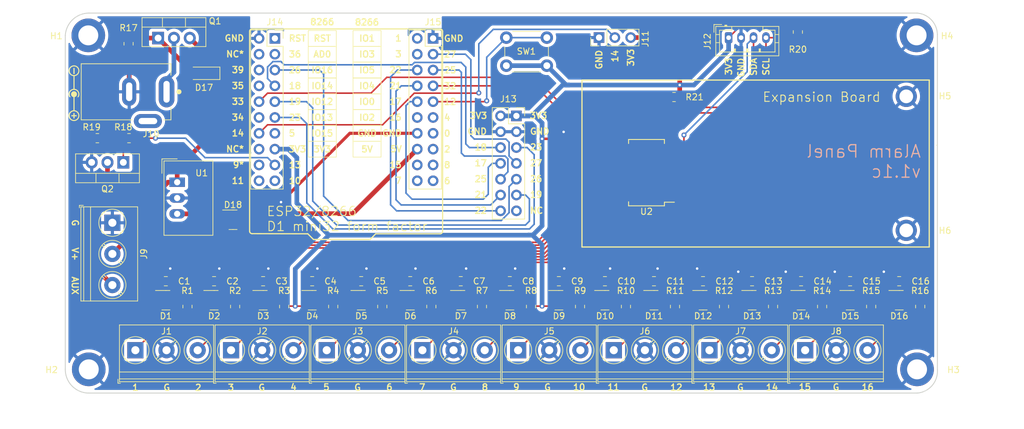
<source format=kicad_pcb>
(kicad_pcb (version 20211014) (generator pcbnew)
  (title_block (title "Alarm Panel") (rev "1.1c"))
  (layers (0 "F.Cu" signal) (31 "B.Cu" signal) (34 "B.Paste" user) (35 "F.Paste" user) (36 "B.SilkS" user "B.Silkscreen") (37 "F.SilkS" user "F.Silkscreen") (38 "B.Mask" user) (39 "F.Mask" user) (44 "Edge.Cuts" user))
  (net 0 "")
  (net 1 "12V")
  (net 2 "Net-(J6-Pad1)")
  (net 3 "SCL")
  (net 4 "SDA")
  (net 5 "GPIO14")
  (net 6 "Net-(J2-Pad3)")
  (net 7 "Net-(J5-Pad1)")
  (net 8 "GPIO13")
  (net 9 "GPIO12")
  (net 10 "SEN_VN")
  (net 11 "GPIO35")
  (net 12 "GPIO34")
  (net 13 "GPIO25")
  (net 14 "GPIO26")
  (net 15 "GPIO27")
  (net 16 "EN")
  (net 17 "SEN_VP")
  (net 18 "GPIO23")
  (net 19 "GPIO22")
  (net 20 "GPIO5")
  (net 21 "TXD")
  (net 22 "GPIO21")
  (net 23 "GPIO19")
  (net 24 "GPIO18")
  (net 25 "RXD")
  (net 26 "GPIO17")
  (net 27 "GPIO16")
  (net 28 "GPIO15")
  (net 29 "GPIO4")
  (net 30 "GPIO0")
  (net 31 "GPIO2")
  (net 32 "3V3")
  (net 33 "Net-(Q2-Pad1)")
  (net 38 "/NC")
  (net 39 "5V*")
  (net 40 "+12V")
  (net 41 "GND")
  (net 46 "T9")
  (net 47 "T10")
  (net 48 "T11")
  (net 49 "T12")
  (net 50 "T13")
  (net 51 "T14")
  (net 52 "T15")
  (net 53 "T16")
  (net 54 "T1")
  (net 55 "T2")
  (net 56 "T3")
  (net 57 "T4")
  (net 58 "T5")
  (net 59 "T6")
  (net 60 "T7")
  (net 61 "T8")
  (net 62 "Net-(D17-Pad2)")
  (net 63 "Net-(J1-Pad1)")
  (net 64 "Net-(J6-Pad3)")
  (net 65 "Net-(J1-Pad3)")
  (net 66 "Net-(J2-Pad1)")
  (net 67 "Net-(J5-Pad3)")
  (net 72 "Net-(J8-Pad1)")
  (net 73 "Net-(J7-Pad1)")
  (net 74 "Net-(J7-Pad3)")
  (net 75 "Net-(J8-Pad3)")
  (net 76 "Net-(J3-Pad1)")
  (net 77 "Net-(J3-Pad3)")
  (net 78 "Net-(J4-Pad1)")
  (net 79 "Net-(J4-Pad3)")
  (net 80 "Net-(J9-Pad3)")
  (net 82 "Net-(D18-Pad1)")
  (footprint "Package_TO_SOT_SMD:SOT-23" (layer "F.Cu") (at 42.312676 69.1896)
    (fp_text reference "D1")
    (fp_text value "BAV99")
  )
  (footprint "Resistor_SMD:R_0805_2012Metric" (layer "F.Cu") (at 100.923342 70.2056 -90)
    (fp_text reference "R8")
    (fp_text value "100")
  )
  (footprint "Capacitor_SMD:C_0805_2012Metric" (layer "F.Cu") (at 81.537951 66.1416)
    (fp_text reference "C6")
    (fp_text value "100pF")
  )
  (footprint "Diode_SMD:D_MiniMELF" (layer "F.Cu") (at 48.429656 32.766 180)
    (fp_text reference "D17")
    (fp_text value "ZMM5V6-M")
  )
  (footprint "MountingHole:MountingHole_3.2mm_M3_Pad" (layer "F.Cu") (at 162.824142 26.67)
    (fp_text reference "H4")
    (fp_text value "MountingHole")
  )
  (footprint "Button_Switch_THT:SW_PUSH_6mm_H4.3mm" (layer "F.Cu") (at 96.963342 27.0362)
    (fp_text reference "SW1")
    (fp_text value "SW_Push")
  )
  (footprint "Capacitor_SMD:C_0805_2012Metric" (layer "F.Cu") (at 144.283495 66.1416)
    (fp_text reference "C14")
    (fp_text value "100pF")
  )
  (footprint "Capacitor_SMD:C_0805_2012Metric" (layer "F.Cu") (at 65.792041 66.1416)
    (fp_text reference "C4")
    (fp_text value "100pF")
  )
  (footprint "TerminalBlock_Phoenix:TerminalBlock_Phoenix_PT-1,5-3-5.0-H_1x03_P5.00mm_Horizontal" (layer "F.Cu") (at 144.932675 77.216)
    (fp_text reference "J8")
    (fp_text value "Screw_Terminal_01x03")
  )
  (footprint "Resistor_SMD:R_0805_2012Metric" (layer "F.Cu") (at 69.173342 70.2056 -90)
    (fp_text reference "R4")
    (fp_text value "100")
  )
  (footprint "MountingHole:MountingHole_3.2mm_M3_Pad" (layer "F.Cu") (at 162.897675 80.2894)
    (fp_text reference "H3")
    (fp_text value "MountingHole")
  )
  (footprint "Package_TO_SOT_THT:TO-220-3_Vertical" (layer "F.Cu") (at 41.063656 27.107)
    (fp_text reference "Q1")
    (fp_text value "FQP27P06")
  )
  (footprint "Resistor_SMD:R_0805_2012Metric" (layer "F.Cu") (at 31.308156 43.18 180)
    (fp_text reference "R19")
    (fp_text value "10K")
  )
  (footprint "Package_TO_SOT_SMD:SOT-23" (layer "F.Cu") (at 152.16895 69.1896)
    (fp_text reference "D15")
    (fp_text value "BAV99")
  )
  (footprint "Resistor_SMD:R_0805_2012Metric" (layer "F.Cu") (at 84.921342 70.2056 -90)
    (fp_text reference "R6")
    (fp_text value "100")
  )
  (footprint "Capacitor_SMD:C_0805_2012Metric" (layer "F.Cu") (at 112.791675 66.1416)
    (fp_text reference "C10")
    (fp_text value "100pF")
  )
  (footprint "Capacitor_SMD:C_0805_2012Metric" (layer "F.Cu") (at 50.046131 66.1416)
    (fp_text reference "C2")
    (fp_text value "100pF")
  )
  (footprint "Package_TO_SOT_SMD:SOT-23" (layer "F.Cu") (at 112.804175 69.1896)
    (fp_text reference "D10")
    (fp_text value "BAV99")
  )
  (footprint "Converter_DCDC:Converter_DCDC_TRACO_TSR-1_THT" (layer "F.Cu") (at 44.122842 50.2471 -90)
    (fp_text reference "U1")
    (fp_text value "TSR_1-2465")
  )
  (footprint "TerminalBlock_Phoenix:TerminalBlock_Phoenix_PT-1,5-3-5.0-H_1x03_P5.00mm_Horizontal" (layer "F.Cu") (at 68.132675 77.216)
    (fp_text reference "J3")
    (fp_text value "Screw_Terminal_01x03")
  )
  (footprint "MountingHole:MountingHole_2.2mm_M2_Pad" (layer "F.Cu") (at 161.1672 57.977095)
    (fp_text reference "H6")
    (fp_text value "MountingHole")
  )
  (footprint "Package_TO_SOT_SMD:SOT-23" (layer "F.Cu") (at 97.534457 69.1896)
    (fp_text reference "D8")
    (fp_text value "BAV99")
  )
  (footprint "Package_TO_SOT_SMD:SOT-23" (layer "F.Cu") (at 128.550085 69.1896)
    (fp_text reference "D12")
    (fp_text value "BAV99")
  )
  (footprint "MountingHole:MountingHole_2.2mm_M2_Pad" (layer "F.Cu") (at 161.1672 36.467095)
    (fp_text reference "H5")
    (fp_text value "MountingHole")
  )
  (footprint "TerminalBlock_Phoenix:TerminalBlock_Phoenix_PT-1,5-3-5.0-H_1x03_P5.00mm_Horizontal" (layer "F.Cu") (at 33.719442 56.7576 -90)
    (fp_text reference "J9")
    (fp_text value "Screw_Terminal_01x03")
  )
  (footprint "Resistor_SMD:R_0805_2012Metric" (layer "F.Cu") (at 124.037342 70.2056 -90)
    (fp_text reference "R11")
    (fp_text value "100")
  )
  (footprint "TerminalBlock_Phoenix:TerminalBlock_Phoenix_PT-1,5-3-5.0-H_1x03_P5.00mm_Horizontal" (layer "F.Cu") (at 98.852675 77.216)
    (fp_text reference "J5")
    (fp_text value "Screw_Terminal_01x03")
  )
  (footprint "Resistor_SMD:R_0805_2012Metric" (layer "F.Cu") (at 108.797342 70.2056 -90)
    (fp_text reference "R9")
    (fp_text value "100")
  )
  (footprint "Package_TO_SOT_SMD:SOT-23" (layer "F.Cu") (at 53.086 56.2771)
    (fp_text reference "D18")
    (fp_text value "BAT54C")
  )
  (footprint "Package_TO_SOT_THT:TO-220-3_Vertical" (layer "F.Cu") (at 35.475656 47.061 180)
    (fp_text reference "Q2")
    (fp_text value "IRLB8721PBF")
  )
  (footprint "Resistor_SMD:R_0805_2012Metric" (layer "F.Cu") (at 143.764 26.133728 -90)
    (fp_text reference "R20")
    (fp_text value "4K7")
  )
  (footprint "TerminalBlock_Phoenix:TerminalBlock_Phoenix_PT-1,5-3-5.0-H_1x03_P5.00mm_Horizontal" (layer "F.Cu") (at 114.212675 77.216)
    (fp_text reference "J6")
    (fp_text value "Screw_Terminal_01x03")
  )
  (footprint "Capacitor_SMD:C_0805_2012Metric" (layer "F.Cu") (at 73.664996 66.1416)
    (fp_text reference "C5")
    (fp_text value "100pF")
  )
  (footprint "Resistor_SMD:R_0805_2012Metric" (layer "F.Cu") (at 155.533342 70.2056 -90)
    (fp_text reference "R15")
    (fp_text value "100")
  )
  (footprint "Resistor_SMD:R_0805_2012Metric" (layer "F.Cu") (at 36.388156 43.18)
    (fp_text reference "R18")
    (fp_text value "100")
  )
  (footprint "Capacitor_SMD:C_0805_2012Metric" (layer "F.Cu") (at 89.649002 66.1416)
    (fp_text reference "C7")
    (fp_text value "100pF")
  )
  (footprint "Capacitor_SMD:C_0805_2012Metric" (layer "F.Cu") (at 136.41054 66.1416)
    (fp_text reference "C13")
    (fp_text value "100pF")
  )
  (footprint "Capacitor_SMD:C_0805_2012Metric" (layer "F.Cu") (at 160.029405 66.1416)
    (fp_text reference "C16")
    (fp_text value "100pF")
  )
  (footprint "Package_TO_SOT_SMD:SOT-23" (layer "F.Cu") (at 73.677496 69.1896)
    (fp_text reference "D5")
    (fp_text value "BAV99")
  )
  (footprint "Package_TO_SOT_SMD:SOT-23" (layer "F.Cu") (at 50.058631 69.1896)
    (fp_text reference "D2")
    (fp_text value "BAV99")
  )
  (footprint "TerminalBlock_Phoenix:TerminalBlock_Phoenix_PT-1,5-3-5.0-H_1x03_P5.00mm_Horizontal" (layer "F.Cu") (at 83.492675 77.216)
    (fp_text reference "J4")
    (fp_text value "Screw_Terminal_01x03")
  )
  (footprint "TerminalBlock_Phoenix:TerminalBlock_Phoenix_PT-1,5-3-5.0-H_1x03_P5.00mm_Horizontal" (layer "F.Cu") (at 52.772675 77.216)
    (fp_text reference "J2")
    (fp_text value "Screw_Terminal_01x03")
  )
  (footprint "Capacitor_SMD:C_0805_2012Metric" (layer "F.Cu") (at 57.919086 66.1416)
    (fp_text reference "C3")
    (fp_text value "100pF")
  )
  (footprint "TerminalBlock_Phoenix:TerminalBlock_Phoenix_PT-1,5-3-5.0-H_1x03_P5.00mm_Horizontal" (layer "F.Cu") (at 129.572675 77.216)
    (fp_text reference "J7")
    (fp_text value "Screw_Terminal_01x03")
  )
  (footprint "Package_TO_SOT_SMD:SOT-23" (layer "F.Cu") (at 57.931586 69.1896)
    (fp_text reference "D3")
    (fp_text value "BAV99")
  )
  (footprint "Package_TO_SOT_SMD:SOT-23" (layer "F.Cu") (at 105.407412 69.1896)
    (fp_text reference "D9")
    (fp_text value "BAV99")
  )
  (footprint "Package_TO_SOT_SMD:SOT-23" (layer "F.Cu") (at 81.550451 69.1896)
    (fp_text reference "D6")
    (fp_text value "BAV99")
  )
  (footprint "Connector_PinHeader_2.54mm:PinHeader_1x03_P2.54mm_Vertical" (layer "F.Cu") (at 111.845342 27.0256 90)
    (fp_text reference "J11")
    (fp_text value "Conn_01x03_Female")
  )
  (footprint "TerminalBlock_Phoenix:TerminalBlock_Phoenix_PT-1,5-3-5.0-H_1x03_P5.00mm_Horizontal" (layer "F.Cu") (at 37.412675 77.216)
    (fp_text reference "J1")
    (fp_text value "Screw_Terminal_01x03")
  )
  (footprint "alarm_panel_v1.1c:CUI_PJ-002AH" (layer "F.Cu") (at 42.418 35.730869 180)
    (fp_text reference "J10")
    (fp_text value "PJ-002AH")
  )
  (footprint "Package_SO:SSOP-28_5.3x10.2mm_P0.65mm" (layer "F.Cu") (at 119.465342 48.7086 180)
    (fp_text reference "U2")
    (fp_text value "MCP23017_SS")
  )
  (footprint "MountingHole:MountingHole_3.2mm_M3_Pad" (layer "F.Cu") (at 29.927675 80.2894)
    (fp_text reference "H2")
    (fp_text value "MountingHole")
  )
  (footprint "Resistor_SMD:R_0805_2012Metric" (layer "F.Cu") (at 93.049342 70.2056 -90)
    (fp_text reference "R7")
    (fp_text value "100")
  )
  (footprint "Connector_PinSocket_2.54mm:PinSocket_2x10_P2.54mm_Vertical" (layer "F.Cu") (at 85.206237 27.156042)
    (fp_text reference "J15")
    (fp_text value "Conn_02x10_Odd_Even")
  )
  (footprint "Capacitor_SMD:C_0805_2012Metric" (layer "F.Cu") (at 97.521957 66.1416)
    (fp_text reference "C8")
    (fp_text value "100pF")
  )
  (footprint "Connector_JST:JST_PH_B4B-PH-K_1x04_P2.00mm_Vertical" (layer "F.Cu") (at 132.647942 27.046228)
    (fp_text reference "J12")
    (fp_text value "Conn_01x04_Male")
  )
  (footprint "Package_TO_SOT_SMD:SOT-23" (layer "F.Cu") (at 120.67713 69.1896)
    (fp_text reference "D11")
    (fp_text value "BAV99")
  )
  (footprint "Resistor_SMD:R_0805_2012Metric" (layer "F.Cu") (at 53.425342 70.2056 -90)
    (fp_text reference "R2")
    (fp_text value "100")
  )
  (footprint "Resistor_SMD:R_0805_2012Metric" (layer "F.Cu") (at 45.773252 70.2056 -90)
    (fp_text reference "R1")
    (fp_text value "100")
  )
  (footprint "Capacitor_SMD:C_0805_2012Metric" (layer "F.Cu") (at 152.15645 66.1416)
    (fp_text reference "C15")
    (fp_text value "100pF")
  )
  (footprint "Package_TO_SOT_SMD:SOT-23" (layer "F.Cu") (at 136.42304 69.1896)
    (fp_text reference "D13")
    (fp_text value "BAV99")
  )
  (footprint "MountingHole:MountingHole_3.2mm_M3_Pad" (layer "F.Cu") (at 29.854142 26.67)
    (fp_text reference "H1")
    (fp_text value "MountingHole")
  )
  (footprint "Resistor_SMD:R_0805_2012Metric" (layer "F.Cu") (at 163.407342 70.2056 -90)
    (fp_text reference "R16")
    (fp_text value "100")
  )
  (footprint "Resistor_SMD:R_0805_2012Metric" (layer "F.Cu") (at 139.785342 70.2056 -90)
    (fp_text reference "R13")
    (fp_text value "100")
  )
  (footprint "Resistor_SMD:R_0805_2012Metric" (layer "F.Cu") (at 147.659342 70.2056 -90)
    (fp_text reference "R14")
    (fp_text value "100")
  )
  (footprint "Resistor_SMD:R_0805_2012Metric" (layer "F.Cu") (at 36.322 28.0195 -90)
    (fp_text reference "R17")
    (fp_text value "100")
  )
  (footprint "Capacitor_SMD:C_0805_2012Metric" (layer "F.Cu") (at 42.300176 66.1416)
    (fp_text reference "C1")
    (fp_text value "100pF")
  )
  (footprint "Resistor_SMD:R_0805_2012Metric" (layer "F.Cu") (at 61.299342 70.2056 -90)
    (fp_text reference "R3")
    (fp_text value "100")
  )
  (footprint "Package_TO_SOT_SMD:SOT-23" (layer "F.Cu") (at 144.295995 69.1896)
    (fp_text reference "D14")
    (fp_text value "BAV99")
  )
  (footprint "Resistor_SMD:R_0805_2012Metric" (layer "F.Cu") (at 77.047342 70.2056 -90)
    (fp_text reference "R5")
    (fp_text value "100")
  )
  (footprint "Package_TO_SOT_SMD:SOT-23" (layer "F.Cu") (at 160.041905 69.1896)
    (fp_text reference "D16")
    (fp_text value "BAV99")
  )
  (footprint "Resistor_SMD:R_0805_2012Metric" (layer "F.Cu") (at 123.886842 36.576 180)
    (fp_text reference "R21")
    (fp_text value "4K7")
  )
  (footprint "Connector_PinSocket_2.54mm:PinSocket_2x07_P2.54mm_Vertical" (layer "F.Cu") (at 98.5792 39.602095)
    (fp_text reference "J13")
    (fp_text value "Conn_02x07_Odd_Even")
  )
  (footprint "Capacitor_SMD:C_0805_2012Metric" (layer "F.Cu") (at 105.394912 66.1416)
    (fp_text reference "C9")
    (fp_text value "100pF")
  )
  (footprint "Connector_PinSocket_2.54mm:PinSocket_2x10_P2.54mm_Vertical" (layer "F.Cu") (at 59.806237 27.156042)
    (fp_text reference "J14")
    (fp_text value "Conn_02x10_Odd_Even")
  )
  (footprint "Resistor_SMD:R_0805_2012Metric" (layer "F.Cu") (at 131.911342 70.2056 -90)
    (fp_text reference "R12")
    (fp_text value "100")
  )
  (footprint "Capacitor_SMD:C_0805_2012Metric" (layer "F.Cu") (at 120.66463 66.1416)
    (fp_text reference "C11")
    (fp_text value "100pF")
  )
  (footprint "Package_TO_SOT_SMD:SOT-23" (layer "F.Cu") (at 65.804541 69.1896)
    (fp_text reference "D4")
    (fp_text value "BAV99")
  )
  (footprint "Package_TO_SOT_SMD:SOT-23" (layer "F.Cu") (at 89.661502 69.1896)
    (fp_text reference "D7")
    (fp_text value "BAV99")
  )
  (footprint "Capacitor_SMD:C_0805_2012Metric" (layer "F.Cu") (at 128.537585 66.1416)
    (fp_text reference "C12")
    (fp_text value "100pF")
  )
  (footprint "Resistor_SMD:R_0805_2012Metric" (layer "F.Cu") (at 116.163342 70.2056 -90)
    (fp_text reference "R10")
    (fp_text value "100")
  )
  (gr_poly (pts (xy 28.426875 36.152398) (xy 28.425164 36.183685) (xy 28.422333 36.214828) (xy 28.41839 36.2458) (xy 28.413345 36.27657) (xy 28.407204 36.307111) (xy 28.399978 36.337394) (xy 28.391675 36.367388) (xy 28.382303 36.397067) (xy 28.371871 36.426399) (xy 28.360387 36.455357) (xy 28.34786 36.483912) (xy 28.334298 36.512035) (xy 28.319711 36.539696) (xy 28.304106 36.566866) (xy 28.287492 36.593518) (xy 28.068576 36.593518) (xy 28.090327 36.568968) (xy 28.110821 36.543524) (xy 28.130037 36.517234) (xy 28.147955 36.490148) (xy 28.164558 36.462315) (xy 28.179823 36.433785) (xy 28.193734 36.404606) (xy 28.206268 36.37483) (xy 28.217408 36.344504) (xy 28.227133 36.313678) (xy 28.235424 36.282402) (xy 28.242262 36.250726) (xy 28.247626 36.218697) (xy 28.251498 36.186367) (xy 28.253857 36.153784) (xy 28.254684 36.120998) (xy 28.253778 36.085175) (xy 28.25109 36.049823) (xy 28.246663 36.014984) (xy 28.240542 35.980704) (xy 28.232769 35.947026) (xy 28.223389 35.913992) (xy 28.212445 35.881648) (xy 28.199981 35.850037) (xy 28.186041 35.819203) (xy 28.170669 35.789188) (xy 28.153908 35.760038) (xy 28.135802 35.731795) (xy 28.116394 35.704504) (xy 28.09573 35.678208) (xy 28.073851 35.652952) (xy 28.050802 35.628777) (xy 28.026627 35.605729) (xy 28.00137 35.583852) (xy 27.975074 35.563187) (xy 27.947782 35.543781) (xy 27.91954 35.525676) (xy 27.89039 35.508916) (xy 27.860375 35.493544) (xy 27.829541 35.479605) (xy 27.797931 35.467142) (xy 27.765587 35.456199) (xy 27.732555 35.446819) (xy 27.698878 35.439047) (xy 27.664599 35.432926) (xy 27.629762 35.4285) (xy 27.594412 35.425812) (xy 27.558591 35.424906) (xy 27.522771 35.425812) (xy 27.48742 35.4285) (xy 27.452584 35.432927) (xy 27.418305 35.439048) (xy 27.384628 35.446821) (xy 27.351595 35.456201) (xy 27.319252 35.467145) (xy 27.287641 35.479609) (xy 27.256807 35.493549) (xy 27.226793 35.508921) (xy 27.197643 35.525682) (xy 27.1694 35.543788) (xy 27.142109 35.563195) (xy 27.115813 35.58386) (xy 27.090555 35.605739) (xy 27.06638 35.628787) (xy 27.043332 35.652962) (xy 27.021453 35.67822) (xy 27.000788 35.704516) (xy 26.981381 35.731807) (xy 26.963275 35.76005) (xy 26.946514 35.7892) (xy 26.931141 35.819214) (xy 26.917202 35.850048) (xy 26.904738 35.881659) (xy 26.893794 35.914002) (xy 26.884414 35.947034) (xy 26.876641 35.980712) (xy 26.87052 36.014991) (xy 26.866093 36.049827) (xy 26.863405 36.085178) (xy 26.862499 36.120998) (xy 26.863315 36.15378) (xy 26.865662 36.186358) (xy 26.869519 36.218685) (xy 26.874867 36.250711) (xy 26.881688 36.282385) (xy 26.889961 36.31366) (xy 26.899666 36.344484) (xy 26.910785 36.37481) (xy 26.923299 36.404587) (xy 26.937186 36.433766) (xy 26.952429 36.462298) (xy 26.969008 36.490133) (xy 26.986902 36.517222) (xy 27.006094 36.543516) (xy 27.026563 36.568964) (xy 27.048289 36.593518) (xy 26.830432 36.593518) (xy 26.813769 36.56688) (xy 26.798115 36.539721) (xy 26.783479 36.512068) (xy 26.76987 36.483953) (xy 26.757297 36.455403) (xy 26.745766 36.426448) (xy 26.735289 36.397116) (xy 26.725872 36.367438) (xy 26.717524 36.337441) (xy 26.710254 36.307155) (xy 26.704071 36.276609) (xy 26.698983 36.245833) (xy 26.694998 36.214854) (xy 26.692126 36.183703) (xy 26.690375 36.152408) (xy 26.689753 36.120998) (xy 26.69074 36.079349) (xy 26.693669 36.038173) (xy 26.698497 35.997518) (xy 26.70518 35.95743) (xy 26.713678 35.917956) (xy 26.723946 35.879144) (xy 26.735943 35.841041) (xy 26.749625 35.803694) (xy 26.76495 35.76715) (xy 26.781876 35.731455) (xy 26.800359 35.696657) (xy 26.820358 35.662804) (xy 26.841829 35.629941) (xy 26.86473 35.598117) (xy 26.889019 35.567378) (xy 26.914652 35.537771) (xy 26.941587 35.509343) (xy 26.969781 35.482142) (xy 26.999192 35.456214) (xy 27.029777 35.431606) (xy 27.061494 35.408366) (xy 27.0943 35.386541) (xy 27.128152 35.366178) (xy 27.163007 35.347323) (xy 27.198824 35.330024) (xy 27.235559 35.314328) (xy 27.273169 35.300281) (xy 27.311613 35.287932) (xy 27.350847 35.277327) (xy 27.390829 35.268513) (xy 27.431516 35.261537) (xy 27.472866 35.256446) (xy 27.472866 33.215476) (xy 27.431545 33.21039) (xy 27.390886 33.20342) (xy 27.35093 33.194615) (xy 27.311721 33.184021) (xy 27.273301 33.171686) (xy 27.235713 33.157655) (xy 27.198998 33.141977) (xy 27.163201 33.124698) (xy 27.128362 33.105865) (xy 27.094526 33.085524) (xy 27.061733 33.063724) (xy 27.030028 33.04051) (xy 26.999453 33.01593) (xy 26.970049 32.990031) (xy 26.941861 32.96286) (xy 26.914929 32.934462) (xy 26.889298 32.904887) (xy 26.865008 32.87418) (xy 26.842104 32.842388) (xy 26.820628 32.809558) (xy 26.800621 32.775738) (xy 26.782127 32.740973) (xy 26.765189 32.705312) (xy 26.749848 32.668801) (xy 26.736147 32.631487) (xy 26.72413 32.593416) (xy 26.713838 32.554637) (xy 26.705315 32.515195) (xy 26.698602 32.475138) (xy 26.693742 32.434512) (xy 26.690778 32.393366) (xy 26.689752 32.351744) (xy 26.690883 32.307036) (xy 26.694238 32.262914) (xy 26.699763 32.219434) (xy 26.707404 32.17665) (xy 26.717106 32.134616) (xy 26.728813 32.093387) (xy 26.742473 32.053018) (xy 26.75803 32.013563) (xy 26.775429 31.975077) (xy 26.794616 31.937615) (xy 26.815537 31.901231) (xy 26.838136 31.865979) (xy 26.862359 31.831915) (xy 26.888152 31.799092) (xy 26.91546 31.767566) (xy 26.944228 31.737392) (xy 26.974403 31.708623) (xy 27.005928 31.681314) (xy 27.03875 31.65552) (xy 27.072814 31.631296) (xy 27.108066 31.608696) (xy 27.14445 31.587775) (xy 27.181913 31.568587) (xy 27.220399 31.551187) (xy 27.259854 31.535629) (xy 27.300224 31.521969) (xy 27.341454 31.51026) (xy 27.383489 31.500558) (xy 27.426275 31.492917) (xy 27.469757 31.487391) (xy 27.51388 31.484036) (xy 27.558591 31.482905) (xy 27.558591 31.655652) (xy 27.52277 31.656558) (xy 27.48742 31.659246) (xy 27.452583 31.663672) (xy 27.418304 31.669794) (xy 27.384627 31.677567) (xy 27.351595 31.686947) (xy 27.319252 31.697891) (xy 27.287641 31.710354) (xy 27.256807 31.724294) (xy 27.226793 31.739667) (xy 27.197642 31.756428) (xy 27.1694 31.774534) (xy 27.142108 31.793941) (xy 27.115812 31.814606) (xy 27.090555 31.836485) (xy 27.06638 31.859533) (xy 27.043331 31.883708) (xy 27.021453 31.908965) (xy 27.000788 31.935262) (xy 26.981381 31.962553) (xy 26.963275 31.990796) (xy 26.946513 32.019946) (xy 26.931141 32.04996) (xy 26.917201 32.080794) (xy 26.904737 32.112405) (xy 26.893794 32.144748) (xy 26.884414 32.17778) (xy 26.876641 32.211458) (xy 26.870519 32.245736) (xy 26.866092 32.280573) (xy 26.863404 32.315923) (xy 26.862499 32.351744) (xy 26.863404 32.387565) (xy 26.866092 32.422915) (xy 26.870519 32.457752) (xy 26.876641 32.492031) (xy 26.884414 32.525708) (xy 26.893794 32.55874) (xy 26.904737 32.591083) (xy 26.917201 32.622694) (xy 26.931141 32.653528) (xy 26.946513 32.683542) (xy 26.963275 32.712693) (xy 26.981381 32.740935) (xy 27.000788 32.768227) (xy 27.021453 32.794523) (xy 27.043331 32.81978) (xy 27.06638 32.843955) (xy 27.090555 32.867004) (xy 27.115812 32.888882) (xy 27.142108 32.909547) (xy 27.1694 32.928954) (xy 27.197642 32.94706) (xy 27.226793 32.963822) (xy 27.256807 32.979194) (xy 27.287641 32.993134) (xy 27.319252 33.005598) (xy 27.351595 33.016541) (xy 27.384627 33.025922) (xy 27.418304 33.033694) (xy 27.452583 33.039816) (xy 27.48742 33.044243) (xy 27.52277 33.046931) (xy 27.558591 33.047837) (xy 27.594412 33.046931) (xy 27.629762 33.044243) (xy 27.664599 33.039816) (xy 27.698877 33.033694) (xy 27.732555 33.025922) (xy 27.765587 33.016541) (xy 27.79793 33.005598) (xy 27.829541 32.993134) (xy 27.860375 32.979194) (xy 27.890389 32.963822) (xy 27.919539 32.94706) (xy 27.947782 32.928954) (xy 27.975073 32.909547) (xy 28.00137 32.888882) (xy 28.026627 32.867004) (xy 28.050802 32.843955) (xy 28.073851 32.81978) (xy 28.095729 32.794523) (xy 28.116394 32.768227) (xy 28.135801 32.740935) (xy 28.153907 32.712693) (xy 28.170668 32.683542) (xy 28.186041 32.653528) (xy 28.199981 32.622694) (xy 28.212444 32.591083) (xy 28.223388 32.55874) (xy 28.232768 32.525708) (xy 28.240541 32.492031) (xy 28.246663 32.457752) (xy 28.251089 32.422915) (xy 28.253778 32.387565) (xy 28.254683 32.351744) (xy 28.253778 32.315921) (xy 28.251089 32.280569) (xy 28.246663 32.24573) (xy 28.240541 32.21145) (xy 28.232768 32.177771) (xy 28.223388 32.144738) (xy 28.212444 32.112394) (xy 28.199981 32.080783) (xy 28.186041 32.049948) (xy 28.170668 32.019934) (xy 28.153907 31.990784) (xy 28.135801 31.962541) (xy 28.116394 31.93525) (xy 28.095729 31.908954) (xy 28.073851 31.883698) (xy 28.050802 31.859523) (xy 28.026627 31.836475) (xy 28.00137 31.814597) (xy 27.975073 31.793933) (xy 27.947782 31.774527) (xy 27.919539 31.756422) (xy 27.890389 31.739661) (xy 27.860375 31.72429) (xy 27.829541 31.710351) (xy 27.79793 31.697888) (xy 27.765587 31.686945) (xy 27.732555 31.677565) (xy 27.698877 31.669793) (xy 27.664599 31.663672) (xy 27.629762 31.659245) (xy 27.594412 31.656558) (xy 27.558591 31.655652) (xy 27.558591 31.482905) (xy 27.603301 31.484036) (xy 27.647425 31.487391) (xy 27.690907 31.492916) (xy 27.733693 31.500557) (xy 27.775728 31.510259) (xy 27.816958 31.521967) (xy 27.857328 31.535626) (xy 27.896783 31.551183) (xy 27.935269 31.568582) (xy 27.972732 31.587769) (xy 28.009116 31.60869) (xy 28.044368 31.631289) (xy 28.078432 31.655512) (xy 28.111254 31.681305) (xy 28.142779 31.708613) (xy 28.172953 31.737382) (xy 28.201722 31.767556) (xy 28.22903 31.799081) (xy 28.254823 31.831903) (xy 28.279046 31.865967) (xy 28.301645 31.901219) (xy 28.322566 31.937603) (xy 28.341753 31.975066) (xy 28.359152 32.013552) (xy 28.374709 32.053007) (xy 28.388368 32.093377) (xy 28.400076 32.134607) (xy 28.409778 32.176642) (xy 28.417419 32.219428) (xy 28.422944 32.26291) (xy 28.426299 32.307034) (xy 28.42743 32.351744) (xy 28.426442 32.393393) (xy 28.423513 32.434569) (xy 28.418686 32.475225) (xy 28.412002 32.515313) (xy 28.403505 32.554786) (xy 28.393237 32.593598) (xy 28.38124 32.631701) (xy 28.367558 32.669048) (xy 28.352233 32.705592) (xy 28.335308 32.741286) (xy 28.316825 32.776084) (xy 28.296827 32.809937) (xy 28.275357 32.842799) (xy 28.252456 32.874623) (xy 28.228169 32.905362) (xy 28.202537 32.934969) (xy 28.175603 32.963396) (xy 28.147411 32.990596) (xy 28.118001 33.016523) (xy 28.087418 33.04113) (xy 28.055703 33.064369) (xy 28.0229 33.086193) (xy 27.98905 33.106555) (xy 27.954197 33.125409) (xy 27.918384 33.142706) (xy 27.881652 33.158401) (xy 27.844045 33.172445) (xy 27.805605 33.184793) (xy 27.766375 33.195396) (xy 27.726397 33.204208) (xy 27.685714 33.211182) (xy 27.644369 33.21627) (xy 27.644369 35.257266) (xy 27.685688 35.262355) (xy 27.726345 35.269327) (xy 27.766298 35.278134) (xy 27.805505 35.28873) (xy 27.843924 35.301067) (xy 27.88151 35.315099) (xy 27.918223 35.330779) (xy 27.95402 35.348059) (xy 27.988857 35.366894) (xy 28.022692 35.387235) (xy 28.055483 35.409036) (xy 28.087187 35.432251) (xy 28.117762 35.456831) (xy 28.147164 35.482731) (xy 28.175352 35.509903) (xy 28.202283 35.5383) (xy 28.227914 35.567875) (xy 28.252203 35.598582) (xy 28.275106 35.630374) (xy 28.296583 35.663203) (xy 28.316589 35.697023) (xy 28.335083 35.731786) (xy 28.352021 35.767446) (xy 28.367361 35.803956) (xy 28.381062 35.841269) (xy 28.393079 35.879338) (xy 28.403371 35.918116) (xy 28.411894 35.957556) (xy 28.418607 35.997611) (xy 28.423467 36.038234) (xy 28.426431 36.079379) (xy 28.427457 36.120998)) (layer "F.SilkS") (width 0) (fill solid))
  (gr_rect (start 72.354237 41.130742) (end 76.854237 43.670742) (layer "F.SilkS") (width 0.1) (fill none))
  (gr_line (start 86.734837 58.097942) (end 86.734837 26.043142) (layer "F.SilkS") (width 0.2))
  (gr_rect (start 72.354237 43.678742) (end 76.854237 46.218742) (layer "F.SilkS") (width 0.1) (fill none))
  (gr_line (start 75.990637 58.529742) (end 86.328437 58.529742) (layer "F.SilkS") (width 0.2))
  (gr_line (start 66.008437 59.444142) (end 65.094037 58.529742) (layer "F.SilkS") (width 0.2))
  (gr_poly (pts (xy 28.426299 39.603546) (xy 28.422944 39.647669) (xy 28.417419 39.691151) (xy 28.409778 39.733937) (xy 28.400076 39.775972) (xy 28.388369 39.817202) (xy 28.374709 39.857572) (xy 28.359153 39.897027) (xy 28.341754 39.935514) (xy 28.322567 39.972976) (xy 28.301646 40.009361) (xy 28.279048 40.044612) (xy 28.254825 40.078676) (xy 28.229032 40.111498) (xy 28.201725 40.143024) (xy 28.172957 40.173198) (xy 28.142783 40.201966) (xy 28.111259 40.229274) (xy 28.078437 40.255067) (xy 28.044374 40.279291) (xy 28.009124 40.30189) (xy 27.972741 40.322811) (xy 27.935279 40.341998) (xy 27.896794 40.359397) (xy 27.85734 40.374954) (xy 27.816972 40.388614) (xy 27.775744 40.400322) (xy 27.733711 40.410023) (xy 27.690927 40.417664) (xy 27.647447 40.423189) (xy 27.603326 40.426544) (xy 27.558618 40.427675) (xy 27.513907 40.426542) (xy 27.469784 40.423185) (xy 27.426302 40.417658) (xy 27.383516 40.410016) (xy 27.341481 40.400313) (xy 27.300251 40.388604) (xy 27.259881 40.374944) (xy 27.220426 40.359386) (xy 27.18194 40.341987) (xy 27.144477 40.322799) (xy 27.108093 40.301879) (xy 27.072841 40.27928) (xy 27.038777 40.255056) (xy 27.005955 40.229264) (xy 26.97443 40.201956) (xy 26.944256 40.173188) (xy 26.915487 40.143015) (xy 26.888179 40.11149) (xy 26.862386 40.078669) (xy 26.838163 40.044606) (xy 26.815564 40.009355) (xy 26.794643 39.972971) (xy 26.775456 39.935509) (xy 26.758057 39.897024) (xy 26.7425 39.857569) (xy 26.72884 39.8172) (xy 26.717133 39.775971) (xy 26.707431 39.733936) (xy 26.69979 39.691151) (xy 26.694265 39.647669) (xy 26.69091 39.603546) (xy 26.689779 39.558836) (xy 26.690767 39.517184) (xy 26.693696 39.476006) (xy 26.698523 39.435348) (xy 26.705207 39.395258) (xy 26.713704 39.355783) (xy 26.723973 39.316969) (xy 26.735969 39.278865) (xy 26.749651 39.241516) (xy 26.764977 39.20497) (xy 26.781902 39.169274) (xy 26.800386 39.134476) (xy 26.820385 39.100621) (xy 26.841856 39.067757) (xy 26.864757 39.035932) (xy 26.889045 39.005192) (xy 26.914678 38.975584) (xy 26.941613 38.947156) (xy 26.969808 38.919954) (xy 26.999219 38.894026) (xy 27.029804 38.869418) (xy 27.061521 38.846178) (xy 27.094326 38.824352) (xy 27.128178 38.803989) (xy 27.163034 38.785134) (xy 27.19885 38.767835) (xy 27.235585 38.752138) (xy 27.273196 38.738092) (xy 27.31164 38.725743) (xy 27.350874 38.715138) (xy 27.390856 38.706323) (xy 27.431543 38.699347) (xy 27.472893 38.694257) (xy 27.472893 36.585316) (xy 27.452076 36.580994) (xy 27.431637 36.575793) (xy 27.411595 36.569734) (xy 27.391968 36.562841) (xy 27.372774 36.555134) (xy 27.354033 36.546637) (xy 27.335762 36.537371) (xy 27.31798 36.527359) (xy 27.300706 36.516623) (xy 27.283958 36.505185) (xy 27.267755 36.493067) (xy 27.252115 36.480292) (xy 27.237056 36.466882) (xy 27.222598 36.452859) (xy 27.208759 36.438246) (xy 27.195557 36.423064) (xy 27.18301 36.407335) (xy 27.171138 36.391083) (xy 27.159959 36.374329) (xy 27.149491 36.357095) (xy 27.139753 36.339404) (xy 27.130763 36.321278) (xy 27.12254 36.302739) (xy 27.115102 36.283809) (xy 27.108469 36.264511) (xy 27.102658 36.244866) (xy 27.097687 36.224898) (xy 27.093577 36.204627) (xy 27.090344 36.184077) (xy 27.088008 36.16327) (xy 27.086586 36.142228) (xy 27.086098 36.120972) (xy 27.086713 36.096657) (xy 27.088538 36.072661) (xy 27.091543 36.049014) (xy 27.095699 36.025745) (xy 27.100975 36.002885) (xy 27.107342 35.980462) (xy 27.114771 35.958507) (xy 27.123232 35.937049) (xy 27.132695 35.916119) (xy 27.14313 35.895744) (xy 27.154508 35.875957) (xy 27.166799 35.856785) (xy 27.179973 35.838259) (xy 27.194001 35.820409) (xy 27.208853 35.803264) (xy 27.224498 35.786853) (xy 27.240909 35.771207) (xy 27.258054 35.756356) (xy 27.275905 35.742328) (xy 27.29443 35.729154) (xy 27.313602 35.716863) (xy 27.33339 35.705485) (xy 27.353764 35.69505) (xy 27.374694 35.685587) (xy 27.396152 35.677126) (xy 27.418107 35.669697) (xy 27.44053 35.66333) (xy 27.46339 35.658053) (xy 27.486659 35.653898) (xy 27.510306 35.650893) (xy 27.534302 35.649068) (xy 27.558591 35.648454) (xy 27.558591 38.862743) (xy 27.52277 38.863649) (xy 27.48742 38.866337) (xy 27.452583 38.870763) (xy 27.418304 38.876885) (xy 27.384627 38.884658) (xy 27.351595 38.894038) (xy 27.319252 38.904982) (xy 27.287641 38.917445) (xy 27.256807 38.931385) (xy 27.226793 38.946758) (xy 27.197642 38.963519) (xy 27.1694 38.981625) (xy 27.142108 39.001032) (xy 27.115812 39.021697) (xy 27.090555 39.043575) (xy 27.06638 39.066624) (xy 27.043331 39.090799) (xy 27.021453 39.116056) (xy 27.000788 39.142353) (xy 26.981381 39.169644) (xy 26.963275 39.197886) (xy 26.946513 39.227037) (xy 26.931141 39.257051) (xy 26.917201 39.287885) (xy 26.904737 39.319496) (xy 26.893794 39.351839) (xy 26.884414 39.384871) (xy 26.876641 39.418549) (xy 26.870519 39.452827) (xy 26.866092 39.487664) (xy 26.863404 39.523014) (xy 26.862499 39.558835) (xy 26.863404 39.594656) (xy 26.866092 39.630006) (xy 26.870519 39.664843) (xy 26.876641 39.699121) (xy 26.884414 39.732799) (xy 26.893794 39.765831) (xy 26.904737 39.798174) (xy 26.917201 39.829785) (xy 26.931141 39.860619) (xy 26.946513 39.890633) (xy 26.963275 39.919783) (xy 26.981381 39.948026) (xy 27.000788 39.975317) (xy 27.021453 40.001613) (xy 27.043331 40.026871) (xy 27.06638 40.051046) (xy 27.090555 40.074094) (xy 27.115812 40.095973) (xy 27.142108 40.116638) (xy 27.1694 40.136045) (xy 27.197642 40.154151) (xy 27.226793 40.170912) (xy 27.256807 40.186285) (xy 27.287641 40.200225) (xy 27.319252 40.212688) (xy 27.351595 40.223632) (xy 27.384627 40.233012) (xy 27.418304 40.240785) (xy 27.452583 40.246907) (xy 27.48742 40.251333) (xy 27.52277 40.254022) (xy 27.558591 40.254927) (xy 27.594412 40.254021) (xy 27.629762 40.251333) (xy 27.664599 40.246906) (xy 27.698877 40.240784) (xy 27.732555 40.233011) (xy 27.765587 40.22363) (xy 27.79793 40.212685) (xy 27.829541 40.200221) (xy 27.860375 40.18628) (xy 27.890389 40.170907) (xy 27.919539 40.154145) (xy 27.947782 40.136038) (xy 27.975073 40.11663) (xy 28.00137 40.095964) (xy 28.026627 40.074085) (xy 28.050802 40.051036) (xy 28.073851 40.02686) (xy 28.095729 40.001602) (xy 28.116394 39.975306) (xy 28.135801 39.948014) (xy 28.153907 39.919771) (xy 28.170668 39.890621) (xy 28.186041 39.860607) (xy 28.199981 39.829773) (xy 28.212444 39.798163) (xy 28.223388 39.765821) (xy 28.232768 39.73279) (xy 28.240541 39.699114) (xy 28.246663 39.664836) (xy 28.251089 39.630002) (xy 28.253778 39.594653) (xy 28.254683 39.558835) (xy 28.253778 39.523012) (xy 28.251089 39.487659) (xy 28.246663 39.452821) (xy 28.240541 39.41854) (xy 28.232768 39.384861) (xy 28.223388 39.351827) (xy 28.212444 39.319482) (xy 28.199981 39.28787) (xy 28.186041 39.257035) (xy 28.170668 39.22702) (xy 28.153907 39.197868) (xy 28.135801 39.169625) (xy 28.116394 39.142333) (xy 28.095729 39.116037) (xy 28.073851 39.090779) (xy 28.050802 39.066604) (xy 28.026627 39.043555) (xy 28.00137 39.021677) (xy 27.975073 39.001013) (xy 27.947782 38.981606) (xy 27.919539 38.963501) (xy 27.890389 38.94674) (xy 27.860375 38.931369) (xy 27.829541 38.91743) (xy 27.79793 38.904968) (xy 27.765587 38.894026) (xy 27.732555 38.884647) (xy 27.698877 38.876876) (xy 27.664599 38.870757) (xy 27.629762 38.866332) (xy 27.594412 38.863646) (xy 27.558591 38.862743) (xy 27.558591 35.648454) (xy 27.558618 35.648453) (xy 27.582933 35.649068) (xy 27.606929 35.650893) (xy 27.630576 35.653898) (xy 27.653845 35.658053) (xy 27.676705 35.66333) (xy 27.699128 35.669697) (xy 27.721083 35.677126) (xy 27.74254 35.685587) (xy 27.763471 35.69505) (xy 27.783845 35.705485) (xy 27.803633 35.716863) (xy 27.822805 35.729154) (xy 27.84133 35.742328) (xy 27.859181 35.756356) (xy 27.876326 35.771207) (xy 27.892737 35.786853) (xy 27.908382 35.803264) (xy 27.923234 35.820409) (xy 27.937262 35.838259) (xy 27.950436 35.856785) (xy 27.962727 35.875957) (xy 27.974105 35.895744) (xy 27.98454 35.916119) (xy 27.994003 35.937049) (xy 28.002464 35.958507) (xy 28.009893 35.980462) (xy 28.01626 36.002885) (xy 28.021537 36.025745) (xy 28.025692 36.049014) (xy 28.028697 36.072661) (xy 28.030522 36.096657) (xy 28.031137 36.120972) (xy 28.030651 36.142232) (xy 28.029232 36.16328) (xy 28.026898 36.184091) (xy 28.023667 36.204646) (xy 28.019558 36.22492) (xy 28.014589 36.244893) (xy 28.00878 36.264542) (xy 28.002147 36.283844) (xy 27.994711 36.302778) (xy 27.986489 36.32132) (xy 27.9775 36.33945) (xy 27.967763 36.357145) (xy 27.957295 36.374382) (xy 27.946117 36.391139) (xy 27.934245 36.407395) (xy 27.921698 36.423126) (xy 27.908496 36.438312) (xy 27.894656 36.452928) (xy 27.880198 36.466954) (xy 27.865139 36.480367) (xy 27.849498 36.493145) (xy 27.833294 36.505265) (xy 27.816545 36.516705) (xy 27.79927 36.527444) (xy 27.781487 36.537459) (xy 27.763214 36.546727) (xy 27.744471 36.555227) (xy 27.725276 36.562936) (xy 27.705647 36.569833) (xy 27.685603 36.575894) (xy 27.665162 36.581097) (xy 27.644342 36.585422) (xy 27.644342 38.695103) (xy 27.685661 38.70019) (xy 27.726318 38.70716) (xy 27.766271 38.715965) (xy 27.805478 38.726559) (xy 27.843897 38.738895) (xy 27.881483 38.752926) (xy 27.918196 38.768605) (xy 27.953992 38.785885) (xy 27.98883 38.804719) (xy 28.022665 38.82506) (xy 28.055456 38.846861) (xy 28.08716 38.870076) (xy 28.117735 38.894656) (xy 28.147137 38.920556) (xy 28.175325 38.947729) (xy 28.202256 38.976126) (xy 28.227887 39.005703) (xy 28.252176 39.03641) (xy 28.275079 39.068203) (xy 28.296556 39.101032) (xy 28.316562 39.134853) (xy 28.335056 39.169617) (xy 28.351994 39.205278) (xy 28.367334 39.241789) (xy 28.381035 39.279103) (xy 28.393052 39.317172) (xy 28.403344 39.355951) (xy 28.411867 39.395392) (xy 28.41858 39.435447) (xy 28.42344 39.476071) (xy 28.426404 39.517216) (xy 28.42743 39.558835)) (layer "F.SilkS") (width 0) (fill solid))
  (gr_rect (start 65.166037 25.890742) (end 69.666037 28.430742) (layer "F.SilkS") (width 0.1) (fill none))
  (gr_rect (start 72.354237 38.598742) (end 76.854237 41.138742) (layer "F.SilkS") (width 0.1) (fill none))
  (gr_rect (start 65.166037 36.050742) (end 69.666037 38.590742) (layer "F.SilkS") (width 0.1) (fill none))
  (gr_arc (start 56.153237 58.504342) (mid 55.865893 58.385305) (end 55.746837 58.097942) (layer "F.SilkS") (width 0.2))
  (gr_line (start 55.746837 26.043142) (end 55.746837 58.097942) (layer "F.SilkS") (width 0.2))
  (gr_line (start 75.990637 58.529742) (end 75.076237 59.444142) (layer "F.SilkS") (width 0.2))
  (gr_rect (start 65.166037 28.438742) (end 69.666037 30.978742) (layer "F.SilkS") (width 0.1) (fill none))
  (gr_rect (start 72.354237 25.890742) (end 76.854237 28.430742) (layer "F.SilkS") (width 0.1) (fill none))
  (gr_rect (start 65.166037 38.598742) (end 69.666037 41.138742) (layer "F.SilkS") (width 0.1) (fill none))
  (gr_poly (pts (xy 27.651344 39.667869) (xy 27.651344 40.007377) (xy 27.4643 40.007377) (xy 27.4643 39.667869) (xy 27.12636 39.667869) (xy 27.12636 39.481602) (xy 27.4643 39.481602) (xy 27.4643 39.143662) (xy 27.651344 39.143662) (xy 27.651344 39.481602) (xy 27.990853 39.481602) (xy 27.990853 39.667869)) (layer "F.SilkS") (width 0) (fill solid))
  (gr_arc (start 55.746837 26.043142) (mid 55.86583 25.755751) (end 56.153237 25.636742) (layer "F.SilkS") (width 0.2))
  (gr_line (start 166.0144 44.307695) (end 166.0144 44.307695) (layer "F.SilkS") (width 0.1))
  (gr_line (start 109.106342 33.8476) (end 164.856342 33.8476) (layer "F.SilkS") (width 0.2))
  (gr_rect (start 65.166037 30.970742) (end 69.666037 33.510742) (layer "F.SilkS") (width 0.1) (fill none))
  (gr_line (start 61.614237 25.636742) (end 56.153237 25.636742) (layer "F.SilkS") (width 0.2))
  (gr_line (start 109.106342 33.8476) (end 109.106342 60.6476) (layer "F.SilkS") (width 0.2))
  (gr_arc (start 86.734837 58.123342) (mid 86.615767 58.410687) (end 86.328437 58.529742) (layer "F.SilkS") (width 0.2))
  (gr_line (start 86.328437 25.636742) (end 80.918237 25.636742) (layer "F.SilkS") (width 0.2))
  (gr_arc (start 86.328437 25.636742) (mid 86.615829 25.755769) (end 86.734837 26.043142) (layer "F.SilkS") (width 0.2))
  (gr_rect (start 65.166037 33.518742) (end 69.666037 36.058742) (layer "F.SilkS") (width 0.1) (fill none))
  (gr_line (start 75.076237 59.444142) (end 66.008437 59.444142) (layer "F.SilkS") (width 0.2))
  (gr_rect (start 72.354237 30.970742) (end 76.854237 33.510742) (layer "F.SilkS") (width 0.1) (fill none))
  (gr_rect (start 72.354237 36.050742) (end 76.854237 38.590742) (layer "F.SilkS") (width 0.1) (fill none))
  (gr_line (start 109.106342 60.6476) (end 164.856342 60.6476) (layer "F.SilkS") (width 0.2))
  (gr_line (start 61.614237 25.636742) (end 80.918237 25.636742) (layer "F.SilkS") (width 0.2))
  (gr_rect (start 72.354237 33.518742) (end 76.854237 36.058742) (layer "F.SilkS") (width 0.1) (fill none))
  (gr_line (start 164.856342 33.8476) (end 164.856342 60.6476) (layer "F.SilkS") (width 0.2))
  (gr_line (start 166.0144 44.307695) (end 166.0144 44.307695) (layer "F.SilkS") (width 0.1))
  (gr_poly (pts (xy 27.461939 32.871484) (xy 27.461939 31.902451) (xy 27.655274 31.902451) (xy 27.655274 32.871484)) (layer "F.SilkS") (width 0) (fill solid))
  (gr_rect (start 65.166037 41.130742) (end 69.666037 43.670742) (layer "F.SilkS") (width 0.1) (fill none))
  (gr_line (start 56.153237 58.504342) (end 65.094037 58.529742) (layer "F.SilkS") (width 0.2))
  (gr_rect (start 72.354237 28.438742) (end 76.854237 30.978742) (layer "F.SilkS") (width 0.1) (fill none))
  (gr_rect (start 65.166037 43.678742) (end 69.666037 46.218742) (layer "F.SilkS") (width 0.1) (fill none))
  (gr_line (start 166.161975 26.5176) (end 166.161975 80.2894) (layer "Edge.Cuts") (width 0.15))
  (gr_arc (start 166.161975 80.2894) (mid 165.341048 82.861264) (end 162.941975 84.0994) (layer "Edge.Cuts") (width 0.15))
  (gr_line (start 162.941975 84.0994) (end 29.927675 84.0994) (layer "Edge.Cuts") (width 0.15))
  (gr_arc (start 29.927675 84.0994) (mid 27.255777 82.974293) (end 26.162 80.2894) (layer "Edge.Cuts") (width 0.15))
  (gr_arc (start 162.897675 23.0994) (mid 165.191068 24.177023) (end 166.161975 26.5176) (layer "Edge.Cuts") (width 0.15))
  (gr_arc (start 26.162 26.67) (mid 27.36119 24.131565) (end 29.972 23.0994) (layer "Edge.Cuts") (width 0.15))
  (gr_line (start 26.162 26.67) (end 26.162 80.2894) (layer "Edge.Cuts") (width 0.15))
  (gr_line (start 162.897675 23.0994) (end 29.972 23.0994) (layer "Edge.Cuts") (width 0.15))
  (gr_text "Alarm Panel\nv1.1c" (at 163.661342 46.9138) (layer "B.SilkS") (effects (font (size 2 2) (thickness 0.2)) (justify left mirror)))
  (gr_text "AD0" (at 67.416037 29.708742) (layer "F.SilkS") (effects (font (size 1 1) (thickness 0.2))))
  (gr_text "22" (at 79.165637 32.215342) (layer "F.SilkS") (effects (font (size 1 1) (thickness 0.2))))
  (gr_text "19" (at 101.747372 52.248695) (layer "F.SilkS") (effects (font (size 1 1) (thickness 0.2))))
  (gr_text "G" (at 27.741042 56.7576 270) (layer "F.SilkS") (effects (font (size 1 1) (thickness 0.2))))
  (gr_text "8" (at 93.521875 83.1596) (layer "F.SilkS") (effects (font (size 1 1) (thickness 0.2))))
  (gr_text "3V3" (at 116.950742 31.756958 90) (layer "F.SilkS") (effects (font (size 1 1) (thickness 0.2)) (justify left)))
  (gr_text "G" (at 73.086075 83.185) (layer "F.SilkS") (effects (font (size 1 1) (thickness 0.2))))
  (gr_text "8" (at 87.467847 47.49) (layer "F.SilkS") (effects (font (size 1 1) (thickness 0.2))))
  (gr_text "15" (at 144.890775 83.1342) (layer "F.SilkS") (effects (font (size 1 1) (thickness 0.2))))
  (gr_text "SDA" (at 136.661142 31.732552 90) (layer "F.SilkS") (effects (font (size 1 1) (thickness 0.2))))
  (gr_text "26" (at 63.02818 32.2326) (layer "F.SilkS") (effects (font (size 1 1) (thickness 0.2))))
  (gr_text "IO4" (at 74.604237 34.788742) (layer "F.SilkS") (effects (font (size 1 1) (thickness 0.2))))
  (gr_text "16" (at 154.974575 83.1596) (layer "F.SilkS") (effects (font (size 1 1) (thickness 0.2))))
  (gr_text "13" (at 63.02818 47.4726) (layer "F.SilkS") (effects (font (size 1 1) (thickness 0.2))))
  (gr_text "RST" (at 67.416037 27.160742) (layer "F.SilkS") (effects (font (size 1 1) (thickness 0.2))))
  (gr_text "G" (at 88.467275 83.1596) (layer "F.SilkS") (effects (font (size 1 1) (thickness 0.2))))
  (gr_text "IO12" (at 67.416037 37.320742) (layer "F.SilkS") (effects (font (size 1 1) (thickness 0.2))))
  (gr_text "6" (at 78.187275 83.1596) (layer "F.SilkS") (effects (font (size 1 1) (thickness 0.2))))
  (gr_text "1" (at 79.641827 27.135342) (layer "F.SilkS") (effects (font (size 1 1) (thickness 0.2))))
  (gr_text "G" (at 134.534575 83.185) (layer "F.SilkS") (effects (font (size 1 1) (thickness 0.2))))
  (gr_text "GND" (at 88.515466 27.17) (layer "F.SilkS") (effects (font (size 1 1) (thickness 0.2))))
  (gr_text "G" (at 103.57648 83.1596) (layer "F.SilkS") (effects (font (size 1 1) (thickness 0.2))))
  (gr_text "9" (at 98.57268 83.1342) (layer "F.SilkS") (effects (font (size 1 1) (thickness 0.2))))
  (gr_text "5" (at 68.078075 83.1596) (layer "F.SilkS") (effects (font (size 1 1) (thickness 0.2))))
  (gr_text "7" (at 83.463475 83.1596) (layer "F.SilkS") (effects (font (size 1 1) (thickness 0.2))))
  (gr_text "3V3" (at 63.409132 44.9406) (layer "F.SilkS") (effects (font (size 1 1) (thickness 0.2))))
  (gr_text "33" (at 53.869771 37.295342) (layer "F.SilkS") (effects (font (size 1 1) (thickness 0.2))))
  (gr_text "GND" (at 74.604237 42.400742) (layer "F.SilkS") (effects (font (size 1 1) (thickness 0.2))))
  (gr_text "26" (at 101.747372 49.716695) (layer "F.SilkS") (effects (font (size 1 1) (thickness 0.2))))
  (gr_text "21" (at 92.857229 52.256695) (layer "F.SilkS") (effects (font (size 1 1) (thickness 0.2))))
  (gr_text "GND" (at 53.298342 27.135342) (layer "F.SilkS") (effects (font (size 1 1) (thickness 0.2))))
  (gr_text "22" (at 92.857229 54.804695) (layer "F.SilkS") (effects (font (size 1 1) (thickness 0.2))))
  (gr_text "GND" (at 111.855742 32.233148 90) (layer "F.SilkS") (effects (font (size 1 1) (thickness 0.2)) (justify left)))
  (gr_text "IO14" (at 67.416037 34.788742) (layer "F.SilkS") (effects (font (size 1 1) (thickness 0.2))))
  (gr_text "21" (at 79.165637 34.763342) (layer "F.SilkS") (effects (font (size 1 1) (thickness 0.2))))
  (gr_text "14" (at 139.614575 83.185) (layer "F.SilkS") (effects (font (size 1 1) (thickness 0.2))))
  (gr_text "27" (at 101.747372 47.168695) (layer "F.SilkS") (effects (font (size 1 1) (thickness 0.2))))
  (gr_text "GND" (at 92.2858 42.096695) (layer "F.SilkS") (effects (font (size 1 1) (thickness 0.2))))
  (gr_text "27" (at 87.944038 29.718) (layer "F.SilkS") (effects (font (size 1 1) (thickness 0.2))))
  (gr_text "G" (at 57.696475 83.2104) (layer "F.SilkS") (effects (font (size 1 1) (thickness 0.2))))
  (gr_text "7" (at 79.641827 49.986084) (layer "F.SilkS") (effects (font (size 1 1) (thickness 0.2))))
  (gr_text "19" (at 63.02818 37.3126) (layer "F.SilkS") (effects (font (size 1 1) (thickness 0.2))))
  (gr_text "RST" (at 63.432942 27.1526) (layer "F.SilkS") (effects (font (size 1 1) (thickness 0.2))))
  (gr_text "15" (at 79.165637 47.455342) (layer "F.SilkS") (effects (font (size 1 1) (thickness 0.2))))
  (gr_text "IO16" (at 67.416037 32.240742) (layer "F.SilkS") (effects (font (size 1 1) (thickness 0.2))))
  (gr_text "V+" (at 27.741042 61.7868 270) (layer "F.SilkS") (effects (font (size 1 1) (thickness 0.2))))
  (gr_text "5V" (at 74.604237 44.948742) (layer "F.SilkS") (effects (font (size 1 1) (thickness 0.2))))
  (gr_text "25" (at 87.944038 32.25) (layer "F.SilkS") (effects (font (size 1 1) (thickness 0.2))))
  (gr_text "11" (at 114.170775 83.1596) (layer "F.SilkS") (effects (font (size 1 1) (thickness 0.2))))
  (gr_text "IO2" (at 74.604237 39.868742) (layer "F.SilkS") (effects (font (size 1 1) (thickness 0.2))))
  (gr_text "4" (at 87.467847 39.878) (layer "F.SilkS") (effects (font (size 1 1) (thickness 0.2))))
  (gr_text "23" (at 63.02818 39.8606) (layer "F.SilkS") (effects (font (size 1 1) (thickness 0.2))))
  (gr_text "NC*" (at 53.41739 29.683342) (layer "F.SilkS") (effects (font (size 1 1) (thickness 0.2))))
  (gr_text "10" (at 63.02818 50.0206) (layer "F.SilkS") (effects (font (size 1 1) (thickness 0.2))))
  (gr_text "36" (at 63.02818 29.7006) (layer "F.SilkS") (effects (font (size 1 1) (thickness 0.2))))
  (gr_text "GND" (at 102.3188 42.088695) (layer "F.SilkS") (effects (font (size 1 1) (thickness 0.2))))
  (gr_text "IO5" (at 74.604237 32.240742) (layer "F.SilkS") (effects (font (size 1 1) (thickness 0.2))))
  (gr_text "13" (at 129.530775 83.1596) (layer "F.SilkS") (effects (font (size 1 1) (thickness 0.2))))
  (gr_text "10" (at 108.65648 83.1596) (layer "F.SilkS") (effects (font (size 1 1) (thickness 0.2))))
  (gr_text "2" (at 47.506152 83.2358) (layer "F.SilkS") (effects (font (size 1 1) (thickness 0.2))))
  (gr_text "AUX" (at 27.715642 66.8414 270) (layer "F.SilkS") (effects (font (size 1 1) (thickness 0.2))))
  (gr_text "32" (at 87.944038 34.798) (layer "F.SilkS") (effects (font (size 1 1) (thickness 0.2))))
  (gr_text "3" (at 52.743475 83.2104) (layer "F.SilkS") (effects (font (size 1 1) (thickness 0.2))))
  (gr_text "Expansion Board" (at 147.574 36.576) (layer "F.SilkS") (effects (font (size 1.5 1.5))))
  (gr_text "9*" (at 53.965009 47.455342) (layer "F.SilkS") (effects (font (size 1 1) (thickness 0.2))))
  (gr_text "14" (at 114.410742 31.090291 90) (layer "F.SilkS") (effects (font (size 1 1) (thickness 0.2)) (justify left)))
  (gr_text "5V" (at 79.260875 44.923342) (layer "F.SilkS") (effects (font (size 1 1) (thickness 0.2))))
  (gr_text "18" (at 63.02818 34.7806) (layer "F.SilkS") (effects (font (size 1 1) (thickness 0.2))))
  (gr_text "17" (at 92.857229 47.176695) (layer "F.SilkS") (effects (font (size 1 1) (thickness 0.2))))
  (gr_text "G" (at 149.894575 83.1596) (layer "F.SilkS") (effects (font (size 1 1) (thickness 0.2))))
  (gr_text "12" (at 124.254575 83.185) (layer "F.SilkS") (effects (font (size 1 1) (thickness 0.2))))
  (gr_text "12" (at 87.944038 37.33) (layer "F.SilkS") (effects (font (size 1 1) (thickness 0.2))))
  (gr_text "G" (at 119.174575 83.185) (layer "F.SilkS") (effects (font (size 1 1) (thickness 0.2))))
  (gr_text "8266" (at 67.405437 24.519142) (layer "F.SilkS") (effects (font (size 1 1) (thickness 0.2))))
  (gr_text "IO0" (at 74.604237 37.320742) (layer "F.SilkS") (effects (font (size 1 1) (thickness 0.2))))
  (gr_text "1" (at 37.422352 83.2104) (layer "F.SilkS") (effects (font (size 1 1) (thickness 0.2))))
  (gr_text "0" (at 87.467847 42.41) (layer "F.SilkS") (effects (font (size 1 1) (thickness 0.2))))
  (gr_text "5" (at 62.551989 42.3926) (layer "F.SilkS") (effects (font (size 1 1) (thickness 0.2))))
  (gr_text "3V3" (at 102.128324 39.556695) (layer "F.SilkS") (effects (font (size 1 1) (thickness 0.2))))
  (gr_text "14" (at 53.869771 42.375342) (layer "F.SilkS") (effects (font (size 1 1) (thickness 0.2))))
  (gr_text "3" (at 79.641827 29.683342) (layer "F.SilkS") (effects (font (size 1 1) (thickness 0.2))))
  (gr_text "16" (at 79.165637 39.843342) (layer "F.SilkS") (effects (font (size 1 1) (thickness 0.2))))
  (gr_text "GND" (at 134.654542 31.8516 90) (layer "F.SilkS") (effects (font (size 1 1) (thickness 0.2))))
  (gr_text "3V3" (at 67.416037 44.948742) (layer "F.SilkS") (effects (font (size 1 1) (thickness 0.2))))
  (gr_text "25" (at 92.857229 49.724695) (layer "F.SilkS") (effects (font (size 1 1) (thickness 0.2))))
  (gr_text "17" (at 79.165637 37.295342) (layer "F.SilkS") (effects (font (size 1 1) (thickness 0.2))))
  (gr_text "IO1" (at 74.604237 27.160742) (layer "F.SilkS") (effects (font (size 1 1) (thickness 0.2))))
  (gr_text "23" (at 101.747372 44.636695) (layer "F.SilkS") (effects (font (size 1 1) (thickness 0.2))))
  (gr_text "35" (at 53.869771 34.763342) (layer "F.SilkS") (effects (font (size 1 1) (thickness 0.2))))
  (gr_text "NC" (at 101.8188 54.796695) (layer "F.SilkS") (effects (font (size 1 1) (thickness 0.2))))
  (gr_text "3V3" (at 92.476276 39.564695) (layer "F.SilkS") (effects (font (size 1 1) (thickness 0.2))))
  (gr_text "34" (at 53.869771 39.843342) (layer "F.SilkS") (effects (font (size 1 1) (thickness 0.2))))
  (gr_text "NC*" (at 53.41739 44.923342) (layer "F.SilkS") (effects (font (size 1 1) (thickness 0.2))))
  (gr_text "ESP32/8266\nD1 mini32 form factor" (at 58.42 56.134) (layer "F.SilkS") (effects (font (size 1.5 1.5)) (justify left)))
  (gr_text "IO13" (at 67.416037 39.868742) (layer "F.SilkS") (effects (font (size 1 1) (thickness 0.2))))
  (gr_text "SCL" (at 138.667742 31.708743 90) (layer "F.SilkS") (effects (font (size 1 1) (thickness 0.2))))
  (gr_text "GND" (at 78.594208 42.375342) (layer "F.SilkS") (effects (font (size 1 1) (thickness 0.2))))
  (gr_text "IO15" (at 67.416037 42.400742) (layer "F.SilkS") (effects (font (size 1 1) (thickness 0.2))))
  (gr_text "6" (at 87.467847 50.038) (layer "F.SilkS") (effects (font (size 1 1) (thickness 0.2))))
  (gr_text "G" (at 42.451552 83.2104) (layer "F.SilkS") (effects (font (size 1 1) (thickness 0.2))))
  (gr_text "2" (at 87.467847 44.958) (layer "F.SilkS") (effects (font (size 1 1) (thickness 0.2))))
  (gr_text "4" (at 62.801875 83.1596) (layer "F.SilkS") (effects (font (size 1 1) (thickness 0.2))))
  (gr_text "18" (at 92.857229 44.644695) (layer "F.SilkS") (effects (font (size 1 1) (thickness 0.2))))
  (gr_text "39" (at 53.869771 32.215342) (layer "F.SilkS") (effects (font (size 1 1) (thickness 0.2))))
  (gr_text "3V3" (at 132.673342 31.661124 90) (layer "F.SilkS") (effects (font (size 1 1) (thickness 0.2))))
  (gr_text "8266" (at 74.589437 24.570942) (layer "F.SilkS") (effects (font (size 1 1) (thickness 0.2))))
  (gr_text "IO3" (at 74.604237 29.708742) (layer "F.SilkS") (effects (font (size 1 1) (thickness 0.2))))
  (gr_text "11" (at 53.869771 50.003342) (layer "F.SilkS") (effects (font (size 1 1) (thickness 0.2))))
  (segment (start 42.649842 50.2471) (end 39.963342 52.9336) (width 0.75) (layer "F.Cu") (net 1))
  (segment (start 50.179656 32.766) (end 50.179656 31.143) (width 0.75) (layer "F.Cu") (net 1))
  (segment (start 44.122842 50.2471) (end 42.649842 50.2471) (width 0.75) (layer "F.Cu") (net 1))
  (segment (start 50.179656 42.022344) (end 50.179656 32.766) (width 0.75) (layer "F.Cu") (net 1))
  (segment (start 39.963342 55.5137) (end 33.719442 61.7576) (width 0.75) (layer "F.Cu") (net 1))
  (segment (start 50.179656 31.143) (end 46.143656 27.107) (width 0.75) (layer "F.Cu") (net 1))
  (segment (start 44.122842 48.079158) (end 44.122842 50.2471) (width 0.75) (layer "F.Cu") (net 1))
  (segment (start 39.963342 52.9336) (end 39.963342 55.5137) (width 0.75) (layer "F.Cu") (net 1))
  (segment (start 50.179656 42.022344) (end 44.122842 48.079158) (width 0.75) (layer "F.Cu") (net 1))
  (segment (start 114.212675 77.216) (end 114.554 77.216) (width 0.25) (layer "F.Cu") (net 2))
  (segment (start 120.6519 71.1181) (end 124.037342 71.1181) (width 0.25) (layer "F.Cu") (net 2))
  (segment (start 114.554 77.216) (end 120.6519 71.1181) (width 0.25) (layer "F.Cu") (net 2))
  (segment (start 105.909871 39.124129) (end 131.496813 39.124129) (width 0.25) (layer "F.Cu") (net 3))
  (segment (start 85.206237 34.776042) (end 101.561784 34.776042) (width 0.25) (layer "F.Cu") (net 3))
  (segment (start 138.647942 27.046228) (end 143.764 27.046228) (width 0.25) (layer "F.Cu") (net 3))
  (segment (start 124.837342 45.7836) (end 123.065342 45.7836) (width 0.25) (layer "F.Cu") (net 3))
  (segment (start 138.647942 31.973) (end 138.647942 27.046228) (width 0.25) (layer "F.Cu") (net 3))
  (segment (start 131.792471 38.828471) (end 124.837342 45.7836) (width 0.25) (layer "F.Cu") (net 3))
  (segment (start 131.496813 39.124129) (end 131.792471 38.828471) (width 0.25) (layer "F.Cu") (net 3))
  (segment (start 131.792471 38.828471) (end 138.647942 31.973) (width 0.25) (layer "F.Cu") (net 3))
  (segment (start 101.561784 34.776042) (end 105.909871 39.124129) (width 0.25) (layer "F.Cu") (net 3))
  (segment (start 131.088813 38.235129) (end 136.647942 32.676) (width 0.25) (layer "F.Cu") (net 4))
  (segment (start 75.2339 35.951042) (end 58.631237 35.951042) (width 0.25) (layer "F.Cu") (net 4))
  (segment (start 120.785129 38.235129) (end 131.088813 38.235129) (width 0.25) (layer "F.Cu") (net 4))
  (segment (start 136.647942 32.676) (end 136.647942 27.046228) (width 0.25) (layer "F.Cu") (net 4))
  (segment (start 122.974342 36.576) (end 121.315213 38.235129) (width 0.25) (layer "F.Cu") (net 4))
  (segment (start 125.476 42.672) (end 125.476 43.822942) (width 0.25) (layer "F.Cu") (net 4))
  (segment (start 58.631237 35.951042) (end 57.266237 37.316042) (width 0.25) (layer "F.Cu") (net 4))
  (segment (start 106.290871 38.235129) (end 120.785129 38.235129) (width 0.25) (layer "F.Cu") (net 4))
  (segment (start 77.7739 33.411042) (end 101.466784 33.411042) (width 0.25) (layer "F.Cu") (net 4))
  (segment (start 121.315213 38.235129) (end 120.785129 38.235129) (width 0.25) (layer "F.Cu") (net 4))
  (segment (start 124.165342 45.1336) (end 123.065342 45.1336) (width 0.25) (layer "F.Cu") (net 4))
  (segment (start 77.7739 33.411042) (end 75.2339 35.951042) (width 0.25) (layer "F.Cu") (net 4))
  (segment (start 125.476 43.822942) (end 124.165342 45.1336) (width 0.25) (layer "F.Cu") (net 4))
  (segment (start 101.466784 33.411042) (end 106.290871 38.235129) (width 0.25) (layer "F.Cu") (net 4))
  (via (at 125.476 42.672) (size 0.8) (drill 0.4) (layers "F.Cu" "B.Cu") (net 4))
  (segment (start 125.476 42.672) (end 135.636 32.512) (width 0.25) (layer "B.Cu") (net 4))
  (segment (start 136.647942 27.046228) (end 135.636 28.05817) (width 0.25) (layer "B.Cu") (net 4))
  (segment (start 135.636 28.05817) (end 135.636 32.512) (width 0.25) (layer "B.Cu") (net 4))
  (segment (start 92.5059 35.951042) (end 92.541342 35.9156) (width 0.25) (layer "F.Cu") (net 5))
  (segment (start 58.631237 41.031042) (end 77.099536 41.031042) (width 0.25) (layer "F.Cu") (net 5))
  (segment (start 57.266237 42.396042) (end 58.631237 41.031042) (width 0.25) (layer "F.Cu") (net 5))
  (segment (start 77.099536 41.031042) (end 82.179536 35.951042) (width 0.25) (layer "F.Cu") (net 5))
  (segment (start 82.179536 35.951042) (end 92.5059 35.951042) (width 0.25) (layer "F.Cu") (net 5))
  (via (at 92.541342 35.9156) (size 0.8) (drill 0.4) (layers "F.Cu" "B.Cu") (net 5))
  (segment (start 92.541342 35.9156) (end 92.541342 28.0416) (width 0.25) (layer "B.Cu") (net 5))
  (segment (start 92.541342 28.0416) (end 94.871742 25.7112) (width 0.25) (layer "B.Cu") (net 5))
  (segment (start 113.070942 25.7112) (end 114.385342 27.0256) (width 0.25) (layer "B.Cu") (net 5))
  (segment (start 94.871742 25.7112) (end 113.070942 25.7112) (width 0.25) (layer "B.Cu") (net 5))
  (segment (start 69.173342 71.1181) (end 68.768975 71.1181) (width 0.25) (layer "F.Cu") (net 6))
  (segment (start 68.870575 71.1181) (end 69.173342 71.1181) (width 0.25) (layer "F.Cu") (net 6))
  (segment (start 62.772675 77.216) (end 68.870575 71.1181) (width 0.25) (layer "F.Cu") (net 6))
  (segment (start 104.9039 71.1181) (end 108.797342 71.1181) (width 0.25) (layer "F.Cu") (net 7))
  (segment (start 98.852675 77.216) (end 98.852675 77.169325) (width 0.25) (layer "F.Cu") (net 7))
  (segment (start 98.852675 77.169325) (end 104.9039 71.1181) (width 0.25) (layer "F.Cu") (net 7))
  (segment (start 40.64 43.18) (end 37.300656 43.18) (width 0.25) (layer "F.Cu") (net 8))
  (via (at 40.64 43.18) (size 0.8) (drill 0.4) (layers "F.Cu" "B.Cu") (net 8))
  (segment (start 58.631237 46.301042) (end 48.587042 46.301042) (width 0.25) (layer "B.Cu") (net 8))
  (segment (start 59.806237 47.476042) (end 58.631237 46.301042) (width 0.25) (layer "B.Cu") (net 8))
  (segment (start 48.587042 46.301042) (end 45.466 43.18) (width 0.25) (layer "B.Cu") (net 8))
  (segment (start 45.466 43.18) (end 40.64 43.18) (width 0.25) (layer "B.Cu") (net 8))
  (segment (start 93.6809 37.316042) (end 93.811342 37.1856) (width 0.25) (layer "F.Cu") (net 9))
  (segment (start 85.206237 37.316042) (end 93.6809 37.316042) (width 0.25) (layer "F.Cu") (net 9))
  (via (at 93.811342 37.1856) (size 0.8) (drill 0.4) (layers "F.Cu" "B.Cu") (net 9))
  (segment (start 93.811342 37.1856) (end 93.811342 30.1882) (width 0.25) (layer "B.Cu") (net 9))
  (segment (start 93.811342 30.1882) (end 96.963342 27.0362) (width 0.25) (layer "B.Cu") (net 9))
  (segment (start 96.963342 27.0362) (end 103.463342 27.0362) (width 0.25) (layer "B.Cu") (net 9))
  (segment (start 89.747342 32.6136) (end 89.747342 45.5676) (width 0.25) (layer "B.Cu") (net 13))
  (segment (start 85.206237 32.236042) (end 89.369784 32.236042) (width 0.25) (layer "B.Cu") (net 13))
  (segment (start 90.226837 46.047095) (end 96.767804 46.047095) (width 0.25) (layer "B.Cu") (net 13))
  (segment (start 89.747342 45.5676) (end 90.226837 46.047095) (width 0.25) (layer "B.Cu") (net 13))
  (segment (start 89.369784 32.236042) (end 89.747342 32.6136) (width 0.25) (layer "B.Cu") (net 13))
  (segment (start 96.767804 46.047095) (end 97.2142 46.493491) (width 0.25) (layer "B.Cu") (net 13))
  (segment (start 97.2142 48.587095) (end 96.0392 49.762095) (width 0.25) (layer "B.Cu") (net 13))
  (segment (start 97.2142 46.493491) (end 97.2142 48.587095) (width 0.25) (layer "B.Cu") (net 13))
  (segment (start 97.4042 50.937095) (end 98.5792 49.762095) (width 0.25) (layer "B.Cu") (net 14))
  (segment (start 71.556342 56.3981) (end 67.631342 52.4731) (width 0.25) (layer "B.Cu") (net 14))
  (segment (start 67.631342 52.4731) (end 67.631342 32.8976) (width 0.25) (layer "B.Cu") (net 14))
  (segment (start 97.4042 55.138796) (end 97.4042 50.937095) (width 0.25) (layer "B.Cu") (net 14))
  (segment (start 96.144896 56.3981) (end 97.4042 55.138796) (width 0.25) (layer "B.Cu") (net 14))
  (segment (start 67.631342 32.8976) (end 66.906342 32.1726) (width 0.25) (layer "B.Cu") (net 14))
  (segment (start 66.8429 32.236042) (end 59.806237 32.236042) (width 0.25) (layer "B.Cu") (net 14))
  (segment (start 71.556342 56.3981) (end 96.144896 56.3981) (width 0.25) (layer "B.Cu") (net 14))
  (segment (start 66.906342 32.1726) (end 66.8429 32.236042) (width 0.25) (layer "B.Cu") (net 14))
  (segment (start 91.814837 43.317095) (end 96.894837 43.317095) (width 0.25) (layer "B.Cu") (net 15))
  (segment (start 91.271342 30.5816) (end 91.271342 42.7736) (width 0.25) (layer "B.Cu") (net 15))
  (segment (start 91.271342 42.7736) (end 91.814837 43.317095) (width 0.25) (layer "B.Cu") (net 15))
  (segment (start 85.206237 29.696042) (end 90.385784 29.696042) (width 0.25) (layer "B.Cu") (net 15))
  (segment (start 90.385784 29.696042) (end 91.271342 30.5816) (width 0.25) (layer "B.Cu") (net 15))
  (segment (start 96.894837 43.317095) (end 97.4042 43.826458) (width 0.25) (layer "B.Cu") (net 15))
  (segment (start 97.4042 46.047095) (end 98.5792 47.222095) (width 0.25) (layer "B.Cu") (net 15))
  (segment (start 97.4042 43.826458) (end 97.4042 46.047095) (width 0.25) (layer "B.Cu") (net 15))
  (segment (start 64.931342 40.8476) (end 64.931342 53.5726) (width 0.25) (layer "B.Cu") (net 18))
  (segment (start 59.806237 39.856042) (end 63.939784 39.856042) (width 0.25) (layer "B.Cu") (net 18))
  (segment (start 64.931342 53.5726) (end 69.106342 57.7476) (width 0.25) (layer "B.Cu") (net 18))
  (segment (start 101.431342 45.8216) (end 100.291837 44.682095) (width 0.25) (layer "B.Cu") (net 18))
  (segment (start 69.106342 57.7476) (end 100.681342 57.7476) (width 0.25) (layer "B.Cu") (net 18))
  (segment (start 100.681342 57.7476) (end 101.431342 56.9976) (width 0.25) (layer "B.Cu") (net 18))
  (segment (start 63.939784 39.856042) (end 64.931342 40.8476) (width 0.25) (layer "B.Cu") (net 18))
  (segment (start 101.431342 56.9976) (end 101.431342 45.8216) (width 0.25) (layer "B.Cu") (net 18))
  (segment (start 100.291837 44.682095) (end 98.5792 44.682095) (width 0.25) (layer "B.Cu") (net 18))
  (segment (start 79.711847 54.842095) (end 96.0392 54.842095) (width 0.25) (layer "B.Cu") (net 19))
  (segment (start 79.4929 32.236042) (end 78.381342 33.3476) (width 0.25) (layer "B.Cu") (net 19))
  (segment (start 82.666237 32.236042) (end 79.4929 32.236042) (width 0.25) (layer "B.Cu") (net 19))
  (segment (start 78.381342 53.8726) (end 79.356342 54.8476) (width 0.25) (layer "B.Cu") (net 19))
  (segment (start 79.706342 54.8476) (end 79.711847 54.842095) (width 0.25) (layer "B.Cu") (net 19))
  (segment (start 78.381342 33.3476) (end 78.381342 53.8726) (width 0.25) (layer "B.Cu") (net 19))
  (segment (start 79.356342 54.8476) (end 79.706342 54.8476) (width 0.25) (layer "B.Cu") (net 19))
  (segment (start 94.443695 53.8976) (end 96.0392 52.302095) (width 0.25) (layer "B.Cu") (net 22))
  (segment (start 82.666237 34.776042) (end 80.1029 34.776042) (width 0.25) (layer "B.Cu") (net 22))
  (segment (start 79.256342 53.0726) (end 80.081342 53.8976) (width 0.25) (layer "B.Cu") (net 22))
  (segment (start 80.1029 34.776042) (end 79.256342 35.6226) (width 0.25) (layer "B.Cu") (net 22))
  (segment (start 79.256342 35.6226) (end 79.256342 53.0726) (width 0.25) (layer "B.Cu") (net 22))
  (segment (start 80.081342 53.8976) (end 94.443695 53.8976) (width 0.25) (layer "B.Cu") (net 22))
  (segment (start 59.806237 37.316042) (end 64.874784 37.316042) (width 0.25) (layer "B.Cu") (net 23))
  (segment (start 100.036342 57.1226) (end 100.669342 56.4896) (width 0.25) (layer "B.Cu") (net 23))
  (segment (start 69.731342 57.1226) (end 100.036342 57.1226) (width 0.25) (layer "B.Cu") (net 23))
  (segment (start 65.881342 53.2726) (end 69.731342 57.1226) (width 0.25) (layer "B.Cu") (net 23))
  (segment (start 100.669342 56.4896) (end 100.669342 52.9336) (width 0.25) (layer "B.Cu") (net 23))
  (segment (start 100.669342 52.9336) (end 100.037837 52.302095) (width 0.25) (layer "B.Cu") (net 23))
  (segment (start 100.037837 52.302095) (end 98.5792 52.302095) (width 0.25) (layer "B.Cu") (net 23))
  (segment (start 64.874784 37.316042) (end 65.881342 38.3226) (width 0.25) (layer "B.Cu") (net 23))
  (segment (start 65.881342 38.3226) (end 65.881342 53.2726) (width 0.25) (layer "B.Cu") (net 23))
  (segment (start 58.631237 31.749341) (end 59.509536 30.871042) (width 0.25) (layer "B.Cu") (net 24))
  (segment (start 90.456342 31.7726) (end 90.456342 44.0976) (width 0.25) (layer "B.Cu") (net 24))
  (segment (start 90.456342 44.0976) (end 91.040837 44.682095) (width 0.25) (layer "B.Cu") (net 24))
  (segment (start 58.631237 33.601042) (end 58.631237 31.749341) (width 0.25) (layer "B.Cu") (net 24))
  (segment (start 59.806237 34.776042) (end 58.631237 33.601042) (width 0.25) (layer "B.Cu") (net 24))
  (segment (start 82.217978 31.0226) (end 89.706342 31.0226) (width 0.25) (layer "B.Cu") (net 24))
  (segment (start 61.303099 31.3976) (end 81.842978 31.3976) (width 0.25) (layer "B.Cu") (net 24))
  (segment (start 59.509536 30.871042) (end 60.776541 30.871042) (width 0.25) (layer "B.Cu") (net 24))
  (segment (start 81.842978 31.3976) (end 82.217978 31.0226) (width 0.25) (layer "B.Cu") (net 24))
  (segment (start 91.040837 44.682095) (end 96.0392 44.682095) (width 0.25) (layer "B.Cu") (net 24))
  (segment (start 60.776541 30.871042) (end 61.303099 31.3976) (width 0.25) (layer "B.Cu") (net 24))
  (segment (start 89.706342 31.0226) (end 90.456342 31.7726) (width 0.25) (layer "B.Cu") (net 24))
  (segment (start 82.666237 37.316042) (end 81.4889 37.316042) (width 0.25) (layer "B.Cu") (net 26))
  (segment (start 94.065342 47.8536) (end 94.696847 47.222095) (width 0.25) (layer "B.Cu") (net 26))
  (segment (start 81.834342 52.9726) (end 93.264342 52.9726) (width 0.25) (layer "B.Cu") (net 26))
  (segment (start 94.065342 52.1716) (end 94.065342 47.8536) (width 0.25) (layer "B.Cu") (net 26))
  (segment (start 80.857342 51.9956) (end 81.834342 52.9726) (width 0.25) (layer "B.Cu") (net 26))
  (segment (start 80.857342 37.9476) (end 80.857342 51.9956) (width 0.25) (layer "B.Cu") (net 26))
  (segment (start 93.264342 52.9726) (end 94.065342 52.1716) (width 0.25) (layer "B.Cu") (net 26))
  (segment (start 81.4889 37.316042) (end 80.857342 37.9476) (width 0.25) (layer "B.Cu") (net 26))
  (segment (start 94.696847 47.222095) (end 96.0392 47.222095) (width 0.25) (layer "B.Cu") (net 26))
  (segment (start 124.799342 33.3756) (end 118.449342 27.0256) (width 0.75) (layer "F.Cu") (net 32))
  (segment (start 56.994086 70.1396) (end 64.867041 70.1396) (width 0.25) (layer "F.Cu") (net 32))
  (segment (start 134.472942 25.221228) (end 132.647942 27.046228) (width 0.25) (layer "F.Cu") (net 32))
  (segment (start 127.612585 70.1396) (end 135.48554 70.1396) (width 0.25) (layer "F.Cu") (net 32))
  (segment (start 96.596957 70.1396) (end 104.469912 70.1396) (width 0.25) (layer "F.Cu") (net 32))
  (segment (start 49.121131 70.1396) (end 56.994086 70.1396) (width 0.25) (layer "F.Cu") (net 32))
  (segment (start 88.724002 70.1396) (end 96.596957 70.1396) (width 0.25) (layer "F.Cu") (net 32))
  (segment (start 135.48554 70.1396) (end 143.358495 70.1396) (width 0.25) (layer "F.Cu") (net 32))
  (segment (start 143.764 25.221228) (end 134.472942 25.221228) (width 0.25) (layer "F.Cu") (net 32))
  (segment (start 72.739996 70.1396) (end 80.612951 70.1396) (width 0.25) (layer "F.Cu") (net 32))
  (segment (start 151.23145 70.1396) (end 159.104405 70.1396) (width 0.25) (layer "F.Cu") (net 32))
  (segment (start 64.867041 70.1396) (end 72.739996 70.1396) (width 0.25) (layer "F.Cu") (net 32))
  (segment (start 124.799342 34.6456) (end 124.799342 36.576) (width 0.75) (layer "F.Cu") (net 32))
  (segment (start 119.73963 70.1396) (end 127.612585 70.1396) (width 0.25) (layer "F.Cu") (net 32))
  (segment (start 123.065342 47.7336) (end 119.599342 47.7336) (width 0.4) (layer "F.Cu") (net 32))
  (segment (start 104.469912 70.1396) (end 111.866675 70.1396) (width 0.25) (layer "F.Cu") (net 32))
  (segment (start 118.299342 46.4336) (end 115.865342 46.4336) (width 0.4) (layer "F.Cu") (net 32))
  (segment (start 111.866675 70.1396) (end 119.73963 70.1396) (width 0.25) (layer "F.Cu") (net 32))
  (segment (start 143.358495 70.1396) (end 151.23145 70.1396) (width 0.25) (layer "F.Cu") (net 32))
  (segment (start 109.409342 46.4336) (end 106.257342 43.2816) (width 0.4) (layer "F.Cu") (net 32))
  (segment (start 115.865342 46.4336) (end 109.409342 46.4336) (width 0.4) (layer "F.Cu") (net 32))
  (segment (start 80.612951 70.1396) (end 88.724002 70.1396) (width 0.25) (layer "F.Cu") (net 32))
  (segment (start 119.599342 47.7336) (end 118.299342 46.4336) (width 0.4) (layer "F.Cu") (net 32))
  (segment (start 106.257342 43.2816) (end 102.701342 43.2816) (width 0.4) (layer "F.Cu") (net 32))
  (segment (start 41.375176 70.1396) (end 49.121131 70.1396) (width 0.25) (layer "F.Cu") (net 32))
  (segment (start 118.449342 27.0256) (end 116.925342 27.0256) (width 0.75) (layer "F.Cu") (net 32))
  (segment (start 124.799342 34.6456) (end 124.799342 33.3756) (width 0.75) (layer "F.Cu") (net 32))
  (via (at 102.701342 43.2816) (size 0.8) (drill 0.4) (layers "F.Cu" "B.Cu") (net 32))
  (via (at 102.701342 70.1396) (size 0.8) (drill 0.4) (layers "F.Cu" "B.Cu") (net 32))
  (via (at 124.799342 34.6456) (size 0.8) (drill 0.4) (layers "F.Cu" "B.Cu") (net 32))
  (via (at 63.077342 70.1396) (size 0.8) (drill 0.4) (layers "F.Cu" "B.Cu") (net 32))
  (segment (start 106.572742 34.6456) (end 103.463342 31.5362) (width 0.75) (layer "B.Cu") (net 32))
  (segment (start 107.019342 34.6456) (end 124.799342 34.6456) (width 0.75) (layer "B.Cu") (net 32))
  (segment (start 101.561837 39.602095) (end 98.5792 39.602095) (width 0.75) (layer "B.Cu") (net 32))
  (segment (start 98.5792 39.602095) (end 96.0392 39.602095) (width 0.75) (layer "B.Cu") (net 32))
  (segment (start 63.077342 64.1516) (end 63.077342 70.1396) (width 0.75) (layer "B.Cu") (net 32))
  (segment (start 132.647942 29.083) (end 132.647942 27.046228) (width 0.75) (layer "B.Cu") (net 32))
  (segment (start 101.1656 58.7476) (end 102.701342 60.283342) (width 0.75) (layer "B.Cu") (net 32))
  (segment (start 63.331342 46.2976) (end 63.331342 53.5976) (width 0.75) (layer "B.Cu") (net 32))
  (segment (start 103.463342 31.5362) (end 96.963342 31.5362) (width 0.75) (layer "B.Cu") (net 32))
  (segment (start 102.701342 60.283342) (end 102.701342 70.1396) (width 0.75) (layer "B.Cu") (net 32))
  (segment (start 107.019342 34.6456) (end 106.572742 34.6456) (width 0.75) (layer "B.Cu") (net 32))
  (segment (start 101.205342 58.7476) (end 102.701342 57.2516) (width 0.75) (layer "B.Cu") (net 32))
  (segment (start 68.481342 58.7476) (end 100.5104 58.7476) (width 0.75) (layer "B.Cu") (net 32))
  (segment (start 124.799342 34.6456) (end 127.085342 34.6456) (width 0.75) (layer "B.Cu") (net 32))
  (segment (start 106.003342 34.6456) (end 107.019342 34.6456) (width 0.75) (layer "B.Cu") (net 32))
  (segment (start 102.701342 40.7416) (end 101.561837 39.602095) (width 0.75) (layer "B.Cu") (net 32))
  (segment (start 100.5104 58.7476) (end 101.1656 58.7476) (width 0.75) (layer "B.Cu") (net 32))
  (segment (start 102.701342 57.2516) (end 102.701342 43.2816) (width 0.75) (layer "B.Cu") (net 32))
  (segment (start 101.046847 39.602095) (end 106.003342 34.6456) (width 0.75) (layer "B.Cu") (net 32))
  (segment (start 102.701342 43.2816) (end 102.701342 40.7416) (width 0.75) (layer "B.Cu") (net 32))
  (segment (start 59.806237 44.936042) (end 61.969784 44.936042) (width 0.75) (layer "B.Cu") (net 32))
  (segment (start 63.331342 53.5976) (end 68.481342 58.7476) (width 0.75) (layer "B.Cu") (net 32))
  (segment (start 127.085342 34.6456) (end 132.647942 29.083) (width 0.75) (layer "B.Cu") (net 32))
  (segment (start 100.5104 58.7476) (end 101.205342 58.7476) (width 0.75) (layer "B.Cu") (net 32))
  (segment (start 61.969784 44.936042) (end 63.331342 46.2976) (width 0.75) (layer "B.Cu") (net 32))
  (segment (start 68.481342 58.7476) (end 63.077342 64.1516) (width 0.75) (layer "B.Cu") (net 32))
  (segment (start 98.5792 39.602095) (end 101.046847 39.602095) (width 0.75) (layer "B.Cu") (net 32))
  (segment (start 35.475656 43.18) (end 32.220656 43.18) (width 0.25) (layer "F.Cu") (net 33))
  (segment (start 35.475656 43.18) (end 35.475656 47.061) (width 0.25) (layer "F.Cu") (net 33))
  (segment (start 72.306479 55.2958) (end 60.3064 55.2958) (width 0.75) (layer "F.Cu") (net 39))
  (segment (start 60.3064 55.2958) (end 59.3251 56.2771) (width 0.75) (layer "F.Cu") (net 39))
  (segment (start 82.666237 44.936042) (end 72.306479 55.2958) (width 0.75) (layer "F.Cu") (net 39))
  (segment (start 59.3251 56.2771) (end 54.0235 56.2771) (width 0.75) (layer "F.Cu") (net 39))
  (segment (start 43.603656 27.107) (end 43.603656 32.596344) (width 0.75) (layer "B.Cu") (net 40))
  (segment (start 42.418 33.782) (end 42.418 35.730869) (width 0.75) (layer "B.Cu") (net 40))
  (segment (start 43.603656 32.596344) (end 42.418 33.782) (width 0.75) (layer "B.Cu") (net 40))
  (segment (start 119.73963 66.1666) (end 119.71463 66.1416) (width 0.25) (layer "F.Cu") (net 41))
  (segment (start 119.965342 47.0836) (end 118.665342 45.7836) (width 0.4) (layer "F.Cu") (net 41))
  (segment (start 49.096131 66.1416) (end 49.096131 65.898811) (width 0.25) (layer "F.Cu") (net 41))
  (segment (start 127.587585 64.115357) (end 127.593342 64.1096) (width 0.25) (layer "F.Cu") (net 41))
  (segment (start 64.842041 65.900901) (end 66.633342 64.1096) (width 0.25) (layer "F.Cu") (net 41))
  (segment (start 127.612585 68.2396) (end 127.612585 66.1666) (width 0.25) (layer "F.Cu") (net 41))
  (segment (start 159.079405 66.1416) (end 159.079405 66.131663) (width 0.25) (layer "F.Cu") (net 41))
  (segment (start 96.571957 65.920985) (end 98.383342 64.1096) (width 0.25) (layer "F.Cu") (net 41))
  (segment (start 135.48554 68.2396) (end 135.48554 66.1666) (width 0.25) (layer "F.Cu") (net 41))
  (segment (start 151.23145 66.1666) (end 151.20645 66.1416) (width 0.25) (layer "F.Cu") (net 41))
  (segment (start 151.23145 68.2396) (end 151.23145 66.1666) (width 0.25) (layer "F.Cu") (net 41))
  (segment (start 111.841675 66.1416) (end 111.841675 65.891267) (width 0.25) (layer "F.Cu") (net 41))
  (segment (start 151.20645 66.132708) (end 149.691342 64.6176) (width 0.25) (layer "F.Cu") (net 41))
  (segment (start 64.867041 68.2396) (end 64.867041 66.1666) (width 0.25) (layer "F.Cu") (net 41))
  (segment (start 56.969086 66.1416) (end 56.969086 65.899856) (width 0.25) (layer "F.Cu") (net 41))
  (segment (start 111.841675 65.891267) (end 113.623342 64.1096) (width 0.25) (layer "F.Cu") (net 41))
  (segment (start 80.612951 68.2396) (end 80.612951 66.1666) (width 0.25) (layer "F.Cu") (net 41))
  (segment (start 49.121131 68.2396) (end 49.121131 66.1666) (width 0.25) (layer "F.Cu") (net 41))
  (segment (start 96.596957 66.1666) (end 96.571957 66.1416) (width 0.25) (layer "F.Cu") (net 41))
  (segment (start 64.867041 66.1666) (end 64.842041 66.1416) (width 0.25) (layer "F.Cu") (net 41))
  (segment (start 151.20645 66.1416) (end 151.20645 66.132708) (width 0.25) (layer "F.Cu") (net 41))
  (segment (start 88.724002 68.2396) (end 88.724002 66.1666) (width 0.25) (layer "F.Cu") (net 41))
  (segment (start 115.865342 45.7836) (end 109.775342 45.7836) (width 0.4) (layer "F.Cu") (net 41))
  (segment (start 111.866675 66.1666) (end 111.841675 66.1416) (width 0.25) (layer "F.Cu") (net 41))
  (segment (start 115.865342 45.7836) (end 115.865342 45.1336) (width 0.4) (layer "F.Cu") (net 41))
  (segment (start 72.739996 66.1666) (end 72.714996 66.1416) (width 0.25) (layer "F.Cu") (net 41))
  (segment (start 119.73963 68.2396) (end 119.73963 66.1666) (width 0.25) (layer "F.Cu") (net 41))
  (segment (start 88.724002 66.1666) (end 88.699002 66.1416) (width 0.25) (layer "F.Cu") (net 41))
  (segment (start 104.469912 68.2396) (end 104.469912 66.1666) (width 0.25) (layer "F.Cu") (net 41))
  (segment (start 104.444912 65.92203) (end 106.257342 64.1096) (width 0.25) (layer "F.Cu") (net 41))
  (segment (start 56.994086 68.2396) (end 56.994086 66.1666) (width 0.25) (layer "F.Cu") (net 41))
  (segment (start 118.665342 45.7836) (end 115.865342 45.7836) (width 0.4) (layer "F.Cu") (net 41))
  (segment (start 143.333495 66.1416) (end 143.333495 66.133753) (width 0.25) (layer "F.Cu") (net 41))
  (segment (start 96.571957 66.1416) (end 96.571957 65.920985) (width 0.25) (layer "F.Cu") (net 41))
  (segment (start 111.866675 68.2396) (end 111.866675 66.1666) (width 0.25) (layer "F.Cu") (net 41))
  (segment (start 80.587951 66.1416) (end 80.587951 65.902991) (width 0.25) (layer "F.Cu") (net 41))
  (segment (start 56.969086 65.899856) (end 58.759342 64.1096) (width 0.25) (layer "F.Cu") (net 41))
  (segment (start 41.375176 66.1666) (end 41.350176 66.1416) (width 0.25) (layer "F.Cu") (net 41))
  (segment (start 104.444912 66.1416) (end 104.444912 65.92203) (width 0.25) (layer "F.Cu") (net 41))
  (segment (start 49.121131 66.1666) (end 49.096131 66.1416) (width 0.25) (layer "F.Cu") (net 41))
  (segment (start 88.699002 66.1416) (end 88.699002 65.91994) (width 0.25) (layer "F.Cu") (net 41))
  (segment (start 41.375176 68.2396) (end 41.375176 66.1666) (width 0.25) (layer "F.Cu") (net 41))
  (segment (start 119.71463 65.638312) (end 121.243342 64.1096) (width 0.25) (layer "F.Cu") (net 41))
  (segment (start 135.48554 66.1666) (end 135.46054 66.1416) (width 0.25) (layer "F.Cu") (net 41))
  (segment (start 135.46054 65.880798) (end 134.197342 64.6176) (width 0.25) (layer "F.Cu") (net 41))
  (segment (start 159.079405 66.131663) (end 157.565342 64.6176) (width 0.25) (layer "F.Cu") (net 41))
  (segment (start 159.104405 68.2396) (end 159.104405 66.1666) (width 0.25) (layer "F.Cu") (net 41))
  (segment (start 72.739996 68.2396) (end 72.739996 66.1666) (width 0.25) (layer "F.Cu") (net 41))
  (segment (start 56.994086 66.1666) (end 56.969086 66.1416) (width 0.25) (layer "F.Cu") (net 41))
  (segment (start 88.699002 65.91994) (end 90.509342 64.1096) (width 0.25) (layer "F.Cu") (net 41))
  (segment (start 159.104405 66.1666) (end 159.079405 66.1416) (width 0.25) (layer "F.Cu") (net 41))
  (segment (start 72.714996 65.901946) (end 74.507342 64.1096) (width 0.25) (layer "F.Cu") (net 41))
  (segment (start 96.596957 68.2396) (end 96.596957 66.1666) (width 0.25) (layer "F.Cu") (net 41))
  (segment (start 64.842041 66.1416) (end 64.842041 65.900901) (width 0.25) (layer "F.Cu") (net 41))
  (segment (start 119.71463 66.1416) (end 119.71463 65.638312) (width 0.25) (layer "F.Cu") (net 41))
  (segment (start 80.612951 66.1666) (end 80.587951 66.1416) (width 0.25) (layer "F.Cu") (net 41))
  (segment (start 135.46054 66.1416) (end 135.46054 65.880798) (width 0.25) (layer "F.Cu") (net 41))
  (segment (start 104.469912 66.1666) (end 104.444912 66.1416) (width 0.25) (layer "F.Cu") (net 41))
  (segment (start 36.418 35.730869) (end 36.418 29.028) (width 0.75) (layer "F.Cu") (net 41))
  (segment (start 49.096131 65.898811) (end 50.885342 64.1096) (width 0.25) (layer "F.Cu") (net 41))
  (segment (start 36.418 29.028) (end 36.322 28.932) (width 0.75) (layer "F.Cu") (net 41))
  (segment (start 82.666237 42.396042) (end 71.8369 42.396042) (width 0.5) (layer "F.Cu") (net 41))
  (segment (start 127.587585 66.1416) (end 127.587585 64.115357) (width 0.25) (layer "F.Cu") (net 41))
  (segment (start 143.358495 66.1666) (end 143.333495 66.1416) (width 0.25) (layer "F.Cu") (net 41))
  (segment (start 80.587951 65.902991) (end 82.381342 64.1096) (width 0.25) (layer "F.Cu") (net 41))
  (segment (start 41.350176 65.770766) (end 43.011342 64.1096) (width 0.25) (layer "F.Cu") (net 41))
  (segment (start 41.350176 66.1416) (end 41.350176 65.770766) (width 0.25) (layer "F.Cu") (net 41))
  (segment (start 123.065342 47.0836) (end 119.965342 47.0836) (width 0.4) (layer "F.Cu") (net 41))
  (segment (start 143.333495 66.133753) (end 141.817342 64.6176) (width 0.25) (layer "F.Cu") (net 41))
  (segment (start 127.612585 66.1666) (end 127.587585 66.1416) (width 0.25) (layer "F.Cu") (net 41))
  (segment (start 71.8369 42.396042) (end 60.791342 53.4416) (width 0.5) (layer "F.Cu") (net 41))
  (segment (start 30.395656 43.18) (end 30.395656 47.061) (width 0.25) (layer "F.Cu") (net 41))
  (segment (start 109.775342 45.7836) (end 106.163871 42.172129) (width 0.4) (layer "F.Cu") (net 41))
  (segment (start 143.358495 68.2396) (end 143.358495 66.1666) (width 0.25) (layer "F.Cu") (net 41))
  (segment (start 115.865342 45.1336) (end 115.865342 44.4836) (width 0.4) (layer "F.Cu") (net 41))
  (segment (start 72.714996 66.1416) (end 72.714996 65.901946) (width 0.25) (layer "F.Cu") (net 41))
  (via (at 98.383342 64.1096) (size 0.8) (drill 0.4) (layers "F.Cu" "B.Cu") (net 41))
  (via (at 134.197342 64.6176) (size 0.8) (drill 0.4) (layers "F.Cu" "B.Cu") (net 41))
  (via (at 43.011342 64.1096) (size 0.8) (drill 0.4) (layers "F.Cu" "B.Cu") (net 41))
  (via (at 58.759342 64.1096) (size 0.8) (drill 0.4) (layers "F.Cu" "B.Cu") (net 41))
  (via (at 113.623342 64.1096) (size 0.8) (drill 0.4) (layers "F.Cu" "B.Cu") (net 41))
  (via (at 82.381342 64.1096) (size 0.8) (drill 0.4) (layers "F.Cu" "B.Cu") (net 41))
  (via (at 157.565342 64.6176) (size 0.8) (drill 0.4) (layers "F.Cu" "B.Cu") (net 41))
  (via (at 121.243342 64.1096) (size 0.8) (drill 0.4) (layers "F.Cu" "B.Cu") (net 41))
  (via (at 90.509342 64.1096) (size 0.8) (drill 0.4) (layers "F.Cu" "B.Cu") (net 41))
  (via (at 106.163871 42.172129) (size 0.8) (drill 0.4) (layers "F.Cu" "B.Cu") (net 41))
  (via (at 106.257342 64.1096) (size 0.8) (drill 0.4) (layers "F.Cu" "B.Cu") (net 41))
  (via (at 60.791342 53.4416) (size 0.8) (drill 0.4) (layers "F.Cu" "B.Cu") (net 41))
  (via (at 149.691342 64.6176) (size 0.8) (drill 0.4) (layers "F.Cu" "B.Cu") (net 41))
  (via (at 66.633342 64.1096) (size 0.8) (drill 0.4) (layers "F.Cu" "B.Cu") (net 41))
  (via (at 50.885342 64.1096) (size 0.8) (drill 0.4) (layers "F.Cu" "B.Cu") (net 41))
  (via (at 74.507342 64.1096) (size 0.8) (drill 0.4) (layers "F.Cu" "B.Cu") (net 41))
  (via (at 127.593342 64.1096) (size 0.8) (drill 0.4) (layers "F.Cu" "B.Cu") (net 41))
  (via (at 141.817342 64.6176) (size 0.8) (drill 0.4) (layers "F.Cu" "B.Cu") (net 41))
  (segment (start 125.111342 60.367204) (end 125.111342 53.881996) (width 0.25) (layer "F.Cu") (net 46))
  (segment (start 124.162946 52.9336) (end 123.065342 52.9336) (width 0.25) (layer "F.Cu") (net 46))
  (segment (start 122.834946 62.6436) (end 125.111342 60.367204) (width 0.25) (layer "F.Cu") (net 46))
  (segment (start 106.448412 69.2931) (end 106.344912 69.1896) (width 0.25) (layer "F.Cu") (net 46))
  (segment (start 109.842912 62.6436) (end 122.834946 62.6436) (width 0.25) (layer "F.Cu") (net 46))
  (segment (start 125.111342 53.881996) (end 124.162946 52.9336) (width 0.25) (layer "F.Cu") (net 46))
  (segment (start 108.797342 69.2931) (end 106.448412 69.2931) (width 0.25) (layer "F.Cu") (net 46))
  (segment (start 106.344912 69.1896) (end 106.344912 66.1416) (width 0.25) (layer "F.Cu") (net 46))
  (segment (start 109.842912 62.6436) (end 106.344912 66.1416) (width 0.25) (layer "F.Cu") (net 46))
  (segment (start 123.021342 63.0936) (end 125.561342 60.5536) (width 0.25) (layer "F.Cu") (net 47))
  (segment (start 125.561342 60.5536) (end 125.561342 53.6956) (width 0.25) (layer "F.Cu") (net 47))
  (segment (start 113.845175 69.2931) (end 113.741675 69.1896) (width 0.25) (layer "F.Cu") (net 47))
  (segment (start 116.163342 69.2931) (end 113.845175 69.2931) (width 0.25) (layer "F.Cu") (net 47))
  (segment (start 124.149342 52.2836) (end 123.065342 52.2836) (width 0.25) (layer "F.Cu") (net 47))
  (segment (start 116.789675 63.0936) (end 113.741675 66.1416) (width 0.25) (layer "F.Cu") (net 47))
  (segment (start 125.561342 53.6956) (end 124.149342 52.2836) (width 0.25) (layer "F.Cu") (net 47))
  (segment (start 116.789675 63.0936) (end 123.021342 63.0936) (width 0.25) (layer "F.Cu") (net 47))
  (segment (start 113.741675 69.1896) (end 113.741675 66.1416) (width 0.25) (layer "F.Cu") (net 47))
  (segment (start 124.037342 69.2931) (end 121.71813 69.2931) (width 0.25) (layer "F.Cu") (net 48))
  (segment (start 126.011342 53.465996) (end 126.011342 60.773378) (width 0.25) (layer "F.Cu") (net 48))
  (segment (start 121.61463 66.1416) (end 121.61463 65.17009) (width 0.25) (layer "F.Cu") (net 48))
  (segment (start 123.065342 51.6336) (end 124.178946 51.6336) (width 0.25) (layer "F.Cu") (net 48))
  (segment (start 121.61463 65.17009) (end 126.011342 60.773378) (width 0.25) (layer "F.Cu") (net 48))
  (segment (start 124.178946 51.6336) (end 126.011342 53.465996) (width 0.25) (layer "F.Cu") (net 48))
  (segment (start 121.61463 69.1896) (end 121.61463 66.1416) (width 0.25) (layer "F.Cu") (net 48))
  (segment (start 121.71813 69.2931) (end 121.61463 69.1896) (width 0.25) (layer "F.Cu") (net 48))
  (segment (start 129.591085 69.2931) (end 129.487585 69.1896) (width 0.25) (layer "F.Cu") (net 49))
  (segment (start 126.461342 59.723996) (end 129.487585 62.750239) (width 0.25) (layer "F.Cu") (net 49))
  (segment (start 124.165342 50.9836) (end 126.461342 53.2796) (width 0.25) (layer "F.Cu") (net 49))
  (segment (start 129.487585 69.1896) (end 129.487585 66.1416) (width 0.25) (layer "F.Cu") (net 49))
  (segment (start 131.911342 69.2931) (end 129.591085 69.2931) (width 0.25) (layer "F.Cu") (net 49))
  (segment (start 126.461342 53.2796) (end 126.461342 59.723996) (width 0.25) (layer "F.Cu") (net 49))
  (segment (start 129.487585 66.1416) (end 129.487585 62.750239) (width 0.25) (layer "F.Cu") (net 49))
  (segment (start 123.065342 50.9836) (end 124.165342 50.9836) (width 0.25) (layer "F.Cu") (net 49))
  (segment (start 137.36054 69.1896) (end 137.36054 66.1416) (width 0.25) (layer "F.Cu") (net 50))
  (segment (start 130.929232 63.55549) (end 134.77443 63.55549) (width 0.25) (layer "F.Cu") (net 50))
  (segment (start 139.785342 69.2931) (end 137.46404 69.2931) (width 0.25) (layer "F.Cu") (net 50))
  (segment (start 126.911342 59.5376) (end 130.929232 63.55549) (width 0.25) (layer "F.Cu") (net 50))
  (segment (start 124.323563 50.3336) (end 126.911342 52.92138) (width 0.25) (layer "F.Cu") (net 50))
  (segment (start 123.065342 50.3336) (end 124.323563 50.3336) (width 0.25) (layer "F.Cu") (net 50))
  (segment (start 134.77443 63.55549) (end 137.36054 66.1416) (width 0.25) (layer "F.Cu") (net 50))
  (segment (start 126.911342 52.92138) (end 126.911342 59.5376) (width 0.25) (layer "F.Cu") (net 50))
  (segment (start 137.46404 69.2931) (end 137.36054 69.1896) (width 0.25) (layer "F.Cu") (net 50))
  (segment (start 124.309959 49.6836) (end 123.065342 49.6836) (width 0.25) (layer "F.Cu") (net 51))
  (segment (start 127.361342 59.351204) (end 127.361342 52.734984) (width 0.25) (layer "F.Cu") (net 51))
  (segment (start 145.336995 69.2931) (end 145.233495 69.1896) (width 0.25) (layer "F.Cu") (net 51))
  (segment (start 131.057627 63.047489) (end 127.361342 59.351204) (width 0.25) (layer "F.Cu") (net 51))
  (segment (start 145.233495 69.1896) (end 145.233495 66.1416) (width 0.25) (layer "F.Cu") (net 51))
  (segment (start 127.361342 52.734984) (end 124.309959 49.6836) (width 0.25) (layer "F.Cu") (net 51))
  (segment (start 131.057627 63.047489) (end 142.139384 63.047489) (width 0.25) (layer "F.Cu") (net 51))
  (segment (start 147.659342 69.2931) (end 145.336995 69.2931) (width 0.25) (layer "F.Cu") (net 51))
  (segment (start 142.139384 63.047489) (end 145.233495 66.1416) (width 0.25) (layer "F.Cu") (net 51))
  (segment (start 131.232134 62.5856) (end 127.811342 59.164808) (width 0.25) (layer "F.Cu") (net 52))
  (segment (start 155.533342 69.2931) (end 153.20995 69.2931) (width 0.25) (layer "F.Cu") (net 52))
  (segment (start 127.811342 52.548588) (end 124.296355 49.0336) (width 0.25) (layer "F.Cu") (net 52))
  (segment (start 131.232134 62.5856) (end 149.55045 62.5856) (width 0.25) (layer "F.Cu") (net 52))
  (segment (start 153.20995 69.2931) (end 153.10645 69.1896) (width 0.25) (layer "F.Cu") (net 52))
  (segment (start 149.55045 62.5856) (end 153.10645 66.1416) (width 0.25) (layer "F.Cu") (net 52))
  (segment (start 153.10645 69.1896) (end 153.10645 66.1416) (width 0.25) (layer "F.Cu") (net 52))
  (segment (start 127.811342 59.164808) (end 127.811342 52.548588) (width 0.25) (layer "F.Cu") (net 52))
  (segment (start 124.296355 49.0336) (end 123.065342 49.0336) (width 0.25) (layer "F.Cu") (net 52))
  (segment (start 124.313342 48.3836) (end 123.065342 48.3836) (width 0.25) (layer "F.Cu") (net 53))
  (segment (start 163.407342 69.2931) (end 161.082905 69.2931) (width 0.25) (layer "F.Cu") (net 53))
  (segment (start 161.082905 69.2931) (end 160.979405 69.1896) (width 0.25) (layer "F.Cu") (net 53))
  (segment (start 160.979405 69.1896) (end 160.979405 66.1416) (width 0.25) (layer "F.Cu") (net 53))
  (segment (start 128.261342 52.3316) (end 124.313342 48.3836) (width 0.25) (layer "F.Cu") (net 53))
  (segment (start 131.41853 62.1356) (end 128.261342 58.978412) (width 0.25) (layer "F.Cu") (net 53))
  (segment (start 131.41853 62.1356) (end 156.973405 62.1356) (width 0.25) (layer "F.Cu") (net 53))
  (segment (start 128.261342 58.978412) (end 128.261342 52.3316) (width 0.25) (layer "F.Cu") (net 53))
  (segment (start 156.973405 62.1356) (end 160.979405 66.1416) (width 0.25) (layer "F.Cu") (net 53))
  (segment (start 113.347342 48.3836) (end 115.865342 48.3836) (width 0.25) (layer "F.Cu") (net 54))
  (segment (start 49.490288 59.901488) (end 101.829454 59.901488) (width 0.25) (layer "F.Cu") (net 54))
  (segment (start 101.829454 59.901488) (end 113.347342 48.3836) (width 0.25) (layer "F.Cu") (net 54))
  (segment (start 43.250176 69.1896) (end 43.250176 66.1416) (width 0.25) (layer "F.Cu") (net 54))
  (segment (start 43.353676 69.2931) (end 43.250176 69.1896) (width 0.25) (layer "F.Cu") (net 54))
  (segment (start 49.490288 59.901488) (end 43.250176 66.1416) (width 0.25) (layer "F.Cu") (net 54))
  (segment (start 45.773252 69.2931) (end 43.353676 69.2931) (width 0.25) (layer "F.Cu") (net 54))
  (segment (start 102.141454 60.351488) (end 113.459342 49.0336) (width 0.25) (layer "F.Cu") (net 55))
  (segment (start 56.786243 60.351488) (end 102.141454 60.351488) (width 0.25) (layer "F.Cu") (net 55))
  (segment (start 113.459342 49.0336) (end 115.865342 49.0336) (width 0.25) (layer "F.Cu") (net 55))
  (segment (start 51.099631 69.2931) (end 50.996131 69.1896) (width 0.25) (layer "F.Cu") (net 55))
  (segment (start 53.425342 69.2931) (end 51.099631 69.2931) (width 0.25) (layer "F.Cu") (net 55))
  (segment (start 56.786243 60.351488) (end 50.996131 66.1416) (width 0.25) (layer "F.Cu") (net 55))
  (segment (start 50.996131 69.1896) (end 50.996131 66.1416) (width 0.25) (layer "F.Cu") (net 55))
  (segment (start 61.299342 69.2931) (end 58.972586 69.2931) (width 0.25) (layer "F.Cu") (net 56))
  (segment (start 64.209198 60.801488) (end 102.453454 60.801488) (width 0.25) (layer "F.Cu") (net 56))
  (segment (start 113.571342 49.6836) (end 115.865342 49.6836) (width 0.25) (layer "F.Cu") (net 56))
  (segment (start 64.209198 60.801488) (end 58.869086 66.1416) (width 0.25) (layer "F.Cu") (net 56))
  (segment (start 58.869086 69.1896) (end 58.869086 66.1416) (width 0.25) (layer "F.Cu") (net 56))
  (segment (start 58.972586 69.2931) (end 58.869086 69.1896) (width 0.25) (layer "F.Cu") (net 56))
  (segment (start 102.453454 60.801488) (end 113.571342 49.6836) (width 0.25) (layer "F.Cu") (net 56))
  (segment (start 102.701342 61.3156) (end 113.683342 50.3336) (width 0.25) (layer "F.Cu") (net 57))
  (segment (start 66.742041 69.1896) (end 66.742041 66.1416) (width 0.25) (layer "F.Cu") (net 57))
  (segment (start 71.568041 61.3156) (end 102.701342 61.3156) (width 0.25) (layer "F.Cu") (net 57))
  (segment (start 66.845541 69.2931) (end 66.742041 69.1896) (width 0.25) (layer "F.Cu") (net 57))
  (segment (start 113.683342 50.3336) (end 115.865342 50.3336) (width 0.25) (layer "F.Cu") (net 57))
  (segment (start 69.173342 69.2931) (end 66.845541 69.2931) (width 0.25) (layer "F.Cu") (net 57))
  (segment (start 71.568041 61.3156) (end 66.742041 66.1416) (width 0.25) (layer "F.Cu") (net 57))
  (segment (start 113.795342 50.9836) (end 115.865342 50.9836) (width 0.25) (layer "F.Cu") (net 58))
  (segment (start 103.013342 61.7656) (end 113.795342 50.9836) (width 0.25) (layer "F.Cu") (net 58))
  (segment (start 78.990996 61.7656) (end 103.013342 61.7656) (width 0.25) (layer "F.Cu") (net 58))
  (segment (start 74.718496 69.2931) (end 74.614996 69.1896) (width 0.25) (layer "F.Cu") (net 58))
  (segment (start 78.990996 61.7656) (end 74.614996 66.1416) (width 0.25) (layer "F.Cu") (net 58))
  (segment (start 77.047342 69.2931) (end 74.718496 69.2931) (width 0.25) (layer "F.Cu") (net 58))
  (segment (start 74.614996 69.1896) (end 74.614996 66.1416) (width 0.25) (layer "F.Cu") (net 58))
  (segment (start 82.487951 69.1896) (end 82.487951 66.1416) (width 0.25) (layer "F.Cu") (net 59))
  (segment (start 113.781738 51.6336) (end 115.865342 51.6336) (width 0.25) (layer "F.Cu") (net 59))
  (segment (start 103.199738 62.2156) (end 113.781738 51.6336) (width 0.25) (layer "F.Cu") (net 59))
  (segment (start 84.921342 69.2931) (end 82.591451 69.2931) (width 0.25) (layer "F.Cu") (net 59))
  (segment (start 82.591451 69.2931) (end 82.487951 69.1896) (width 0.25) (layer "F.Cu") (net 59))
  (segment (start 86.413951 62.2156) (end 103.199738 62.2156) (width 0.25) (layer "F.Cu") (net 59))
  (segment (start 86.413951 62.2156) (end 82.487951 66.1416) (width 0.25) (layer "F.Cu") (net 59))
  (segment (start 113.768134 52.2836) (end 115.865342 52.2836) (width 0.25) (layer "F.Cu") (net 60))
  (segment (start 103.386134 62.6656) (end 113.768134 52.2836) (width 0.25) (layer "F.Cu") (net 60))
  (segment (start 90.702502 69.2931) (end 90.599002 69.1896) (width 0.25) (layer "F.Cu") (net 60))
  (segment (start 93.049342 69.2931) (end 90.702502 69.2931) (width 0.25) (layer "F.Cu") (net 60))
  (segment (start 94.075002 62.6656) (end 90.599002 66.1416) (width 0.25) (layer "F.Cu") (net 60))
  (segment (start 94.075002 62.6656) (end 103.386134 62.6656) (width 0.25) (layer "F.Cu") (net 60))
  (segment (start 90.599002 69.1896) (end 90.599002 66.1416) (width 0.25) (layer "F.Cu") (net 60))
  (segment (start 98.575457 69.2931) (end 98.471957 69.1896) (width 0.25) (layer "F.Cu") (net 61))
  (segment (start 103.57253 63.1156) (end 113.75453 52.9336) (width 0.25) (layer "F.Cu") (net 61))
  (segment (start 101.497957 63.1156) (end 103.57253 63.1156) (width 0.25) (layer "F.Cu") (net 61))
  (segment (start 101.497957 63.1156) (end 98.471957 66.1416) (width 0.25) (layer "F.Cu") (net 61))
  (segment (start 113.75453 52.9336) (end 115.865342 52.9336) (width 0.25) (layer "F.Cu") (net 61))
  (segment (start 98.471957 69.1896) (end 98.471957 66.1416) (width 0.25) (layer "F.Cu") (net 61))
  (segment (start 100.923342 69.2931) (end 98.575457 69.2931) (width 0.25) (layer "F.Cu") (net 61))
  (segment (start 46.679656 32.723) (end 41.063656 27.107) (width 0.75) (layer "F.Cu") (net 62))
  (segment (start 46.679656 32.766) (end 46.679656 32.723) (width 0.25) (layer "F.Cu") (net 62))
  (segment (start 41.063656 27.107) (end 36.322 27.107) (width 0.75) (layer "F.Cu") (net 62))
  (segment (start 43.4359 71.1181) (end 45.773252 71.1181) (width 0.25) (layer "F.Cu") (net 63))
  (segment (start 37.412675 77.216) (end 37.412675 77.141325) (width 0.25) (layer "F.Cu") (net 63))
  (segment (start 37.412675 77.141325) (end 43.4359 71.1181) (width 0.25) (layer "F.Cu") (net 63))
  (segment (start 124.212675 77.216) (end 130.310575 71.1181) (width 0.25) (layer "F.Cu") (net 64))
  (segment (start 130.310575 71.1181) (end 131.911342 71.1181) (width 0.25) (layer "F.Cu") (net 64))
  (segment (start 47.412675 77.216) (end 53.425342 71.203333) (width 0.25) (layer "F.Cu") (net 65))
  (segment (start 53.425342 71.203333) (end 53.425342 71.1181) (width 0.25) (layer "F.Cu") (net 65))
  (segment (start 52.832 77.216) (end 58.9299 71.1181) (width 0.25) (layer "F.Cu") (net 66))
  (segment (start 52.866542 77.1144) (end 52.772675 77.1144) (width 0.25) (layer "F.Cu") (net 66))
  (segment (start 52.772675 77.216) (end 52.832 77.216) (width 0.25) (layer "F.Cu") (net 66))
  (segment (start 58.9299 71.1181) (end 61.299342 71.1181) (width 0.25) (layer "F.Cu") (net 66))
  (segment (start 108.852675 77.216) (end 114.950575 71.1181) (width 0.25) (layer "F.Cu") (net 67))
  (segment (start 114.950575 71.1181) (end 116.163342 71.1181) (width 0.25) (layer "F.Cu") (net 67))
  (segment (start 144.932675 77.216) (end 144.932675 77.063325) (width 0.25) (layer "F.Cu") (net 72))
  (segment (start 144.932675 77.063325) (end 150.8779 71.1181) (width 0.25) (layer "F.Cu") (net 72))
  (segment (start 150.8779 71.1181) (end 155.533342 71.1181) (width 0.25) (layer "F.Cu") (net 72))
  (segment (start 135.670575 71.1181) (end 139.785342 71.1181) (width 0.25) (layer "F.Cu") (net 73))
  (segment (start 129.572675 77.216) (end 135.670575 71.1181) (width 0.25) (layer "F.Cu") (net 73))
  (segment (start 147.657442 71.12) (end 147.659342 71.1181) (width 0.25) (layer "F.Cu") (net 74))
  (segment (start 139.572675 77.216) (end 145.668675 71.12) (width 0.25) (layer "F.Cu") (net 74))
  (segment (start 145.668675 71.12) (end 147.657442 71.12) (width 0.25) (layer "F.Cu") (net 74))
  (segment (start 154.932675 77.216) (end 161.028675 71.12) (width 0.25) (layer "F.Cu") (net 75))
  (segment (start 161.028675 71.12) (end 163.405442 71.12) (width 0.25) (layer "F.Cu") (net 75))
  (segment (start 163.405442 71.12) (end 163.407342 71.1181) (width 0.25) (layer "F.Cu") (net 75))
  (segment (start 68.326 77.216) (end 74.4239 71.1181) (width 0.25) (layer "F.Cu") (net 76))
  (segment (start 74.4239 71.1181) (end 77.047342 71.1181) (width 0.25) (layer "F.Cu") (net 76))
  (segment (start 68.132675 77.216) (end 68.326 77.216) (width 0.25) (layer "F.Cu") (net 76))
  (segment (start 84.230575 71.1181) (end 84.921342 71.1181) (width 0.25) (layer "F.Cu") (net 77))
  (segment (start 78.132675 77.216) (end 84.230575 71.1181) (width 0.25) (layer "F.Cu") (net 77))
  (segment (start 83.492675 77.216) (end 83.566 77.216) (width 0.25) (layer "F.Cu") (net 78))
  (segment (start 83.566 77.216) (end 89.6639 71.1181) (width 0.25) (layer "F.Cu") (net 78))
  (segment (start 89.6639 71.1181) (end 93.049342 71.1181) (width 0.25) (layer "F.Cu") (net 78))
  (segment (start 93.492675 77.216) (end 99.590575 71.1181) (width 0.25) (layer "F.Cu") (net 79))
  (segment (start 99.590575 71.1181) (end 100.923342 71.1181) (width 0.25) (layer "F.Cu") (net 79))
  (segment (start 30.3795 53.961) (end 32.935656 51.404844) (width 0.75) (layer "F.Cu") (net 80))
  (segment (start 32.935656 51.404844) (end 32.935656 47.061) (width 0.75) (layer "F.Cu") (net 80))
  (segment (start 30.3795 63.417658) (end 33.719442 66.7576) (width 0.75) (layer "F.Cu") (net 80))
  (segment (start 30.3795 63.417658) (end 30.3795 53.961) (width 0.75) (layer "F.Cu") (net 80))
  (segment (start 44.122842 55.3271) (end 52.1485 55.3271) (width 0.75) (layer "F.Cu") (net 82))
  (zone (net 0) (net_name "") (layers F&B.Cu) (connect_pads (clearance 0)) (min_thickness 0.254)
    (keepout (tracks not_allowed) (vias not_allowed) (pads not_allowed) (copperpour not_allowed) (footprints allowed))
    (fill (thermal_gap 0.508) (thermal_bridge_width 0.508))
    (polygon (pts (xy 86.597742 23.1902) (xy 86.597742 25.517678) (xy 81.133555 25.517678) (xy 81.133555 31.213878) (xy 61.296155 31.213878) (xy 61.296155 25.517678) (xy 55.838342 25.517678) (xy 55.838342 23.1902)))
  )
  (zone (net 41) (net_name "GND") (layer "B.Cu") (connect_pads (clearance 0.508)) (min_thickness 0.254) (fill yes (thermal_gap 0.508) (thermal_bridge_width 0.508))
    (polygon (pts (xy 166.247321 84.099372) (xy 26.196354 83.843191) (xy 26.161948 23.150035) (xy 166.212915 23.152216)))
  )
)
</source>
